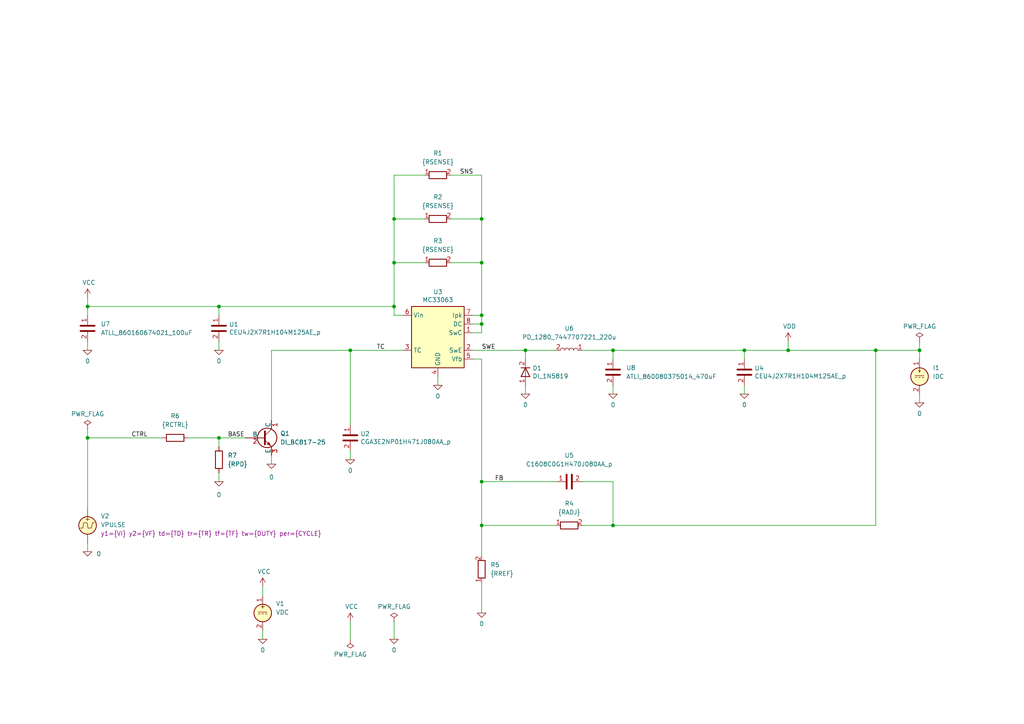
<source format=kicad_sch>
(kicad_sch
	(version 20231120)
	(generator "eeschema")
	(generator_version "8.0")
	(uuid "3583abfc-a634-4a5f-866e-6d71363867e0")
	(paper "A4")
	(title_block
		(title "Buck switching regulator. Controlled shutdown.")
		(date "2024-06-24")
		(rev "2")
		(company "astroelectronic@")
		(comment 1 "-")
		(comment 2 "-")
		(comment 3 "-")
		(comment 4 "AE01007063")
	)
	(lib_symbols
		(symbol "C_1"
			(pin_names
				(offset 0.254) hide)
			(exclude_from_sim no)
			(in_bom yes)
			(on_board yes)
			(property "Reference" "C"
				(at 0.635 2.54 0)
				(effects
					(font
						(size 1.27 1.27)
					)
					(justify left)
				)
			)
			(property "Value" "C_1"
				(at 0.635 -2.54 0)
				(effects
					(font
						(size 1.27 1.27)
					)
					(justify left)
				)
			)
			(property "Footprint" ""
				(at 0.9652 -3.81 0)
				(effects
					(font
						(size 1.27 1.27)
					)
					(hide yes)
				)
			)
			(property "Datasheet" "~"
				(at 0 0 0)
				(effects
					(font
						(size 1.27 1.27)
					)
					(hide yes)
				)
			)
			(property "Description" "Unpolarized capacitor"
				(at 0 0 0)
				(effects
					(font
						(size 1.27 1.27)
					)
					(hide yes)
				)
			)
			(property "ki_keywords" "cap capacitor"
				(at 0 0 0)
				(effects
					(font
						(size 1.27 1.27)
					)
					(hide yes)
				)
			)
			(property "ki_fp_filters" "C_*"
				(at 0 0 0)
				(effects
					(font
						(size 1.27 1.27)
					)
					(hide yes)
				)
			)
			(symbol "C_1_0_1"
				(polyline
					(pts
						(xy -2.032 -0.762) (xy 2.032 -0.762)
					)
					(stroke
						(width 0.508)
						(type default)
					)
					(fill
						(type none)
					)
				)
				(polyline
					(pts
						(xy -2.032 0.762) (xy 2.032 0.762)
					)
					(stroke
						(width 0.508)
						(type default)
					)
					(fill
						(type none)
					)
				)
			)
			(symbol "C_1_1_1"
				(pin passive line
					(at 0 3.81 270)
					(length 2.794)
					(name "~"
						(effects
							(font
								(size 1.27 1.27)
							)
						)
					)
					(number "1"
						(effects
							(font
								(size 1.27 1.27)
							)
						)
					)
				)
				(pin passive line
					(at 0 -3.81 90)
					(length 2.794)
					(name "~"
						(effects
							(font
								(size 1.27 1.27)
							)
						)
					)
					(number "2"
						(effects
							(font
								(size 1.27 1.27)
							)
						)
					)
				)
			)
		)
		(symbol "C_2"
			(pin_names
				(offset 0.254) hide)
			(exclude_from_sim no)
			(in_bom yes)
			(on_board yes)
			(property "Reference" "C"
				(at 0.635 2.54 0)
				(effects
					(font
						(size 1.27 1.27)
					)
					(justify left)
				)
			)
			(property "Value" "C_2"
				(at 0.635 -2.54 0)
				(effects
					(font
						(size 1.27 1.27)
					)
					(justify left)
				)
			)
			(property "Footprint" ""
				(at 0.9652 -3.81 0)
				(effects
					(font
						(size 1.27 1.27)
					)
					(hide yes)
				)
			)
			(property "Datasheet" "~"
				(at 0 0 0)
				(effects
					(font
						(size 1.27 1.27)
					)
					(hide yes)
				)
			)
			(property "Description" "Unpolarized capacitor"
				(at 0 0 0)
				(effects
					(font
						(size 1.27 1.27)
					)
					(hide yes)
				)
			)
			(property "ki_keywords" "cap capacitor"
				(at 0 0 0)
				(effects
					(font
						(size 1.27 1.27)
					)
					(hide yes)
				)
			)
			(property "ki_fp_filters" "C_*"
				(at 0 0 0)
				(effects
					(font
						(size 1.27 1.27)
					)
					(hide yes)
				)
			)
			(symbol "C_2_0_1"
				(polyline
					(pts
						(xy -2.032 -0.762) (xy 2.032 -0.762)
					)
					(stroke
						(width 0.508)
						(type default)
					)
					(fill
						(type none)
					)
				)
				(polyline
					(pts
						(xy -2.032 0.762) (xy 2.032 0.762)
					)
					(stroke
						(width 0.508)
						(type default)
					)
					(fill
						(type none)
					)
				)
			)
			(symbol "C_2_1_1"
				(pin passive line
					(at 0 3.81 270)
					(length 2.794)
					(name "~"
						(effects
							(font
								(size 1.27 1.27)
							)
						)
					)
					(number "1"
						(effects
							(font
								(size 1.27 1.27)
							)
						)
					)
				)
				(pin passive line
					(at 0 -3.81 90)
					(length 2.794)
					(name "~"
						(effects
							(font
								(size 1.27 1.27)
							)
						)
					)
					(number "2"
						(effects
							(font
								(size 1.27 1.27)
							)
						)
					)
				)
			)
		)
		(symbol "C_3"
			(pin_names
				(offset 0.254) hide)
			(exclude_from_sim no)
			(in_bom yes)
			(on_board yes)
			(property "Reference" "C"
				(at 0.635 2.54 0)
				(effects
					(font
						(size 1.27 1.27)
					)
					(justify left)
				)
			)
			(property "Value" "C_3"
				(at 0.635 -2.54 0)
				(effects
					(font
						(size 1.27 1.27)
					)
					(justify left)
				)
			)
			(property "Footprint" ""
				(at 0.9652 -3.81 0)
				(effects
					(font
						(size 1.27 1.27)
					)
					(hide yes)
				)
			)
			(property "Datasheet" "~"
				(at 0 0 0)
				(effects
					(font
						(size 1.27 1.27)
					)
					(hide yes)
				)
			)
			(property "Description" "Unpolarized capacitor"
				(at 0 0 0)
				(effects
					(font
						(size 1.27 1.27)
					)
					(hide yes)
				)
			)
			(property "ki_keywords" "cap capacitor"
				(at 0 0 0)
				(effects
					(font
						(size 1.27 1.27)
					)
					(hide yes)
				)
			)
			(property "ki_fp_filters" "C_*"
				(at 0 0 0)
				(effects
					(font
						(size 1.27 1.27)
					)
					(hide yes)
				)
			)
			(symbol "C_3_0_1"
				(polyline
					(pts
						(xy -2.032 -0.762) (xy 2.032 -0.762)
					)
					(stroke
						(width 0.508)
						(type default)
					)
					(fill
						(type none)
					)
				)
				(polyline
					(pts
						(xy -2.032 0.762) (xy 2.032 0.762)
					)
					(stroke
						(width 0.508)
						(type default)
					)
					(fill
						(type none)
					)
				)
			)
			(symbol "C_3_1_1"
				(pin passive line
					(at 0 3.81 270)
					(length 2.794)
					(name "~"
						(effects
							(font
								(size 1.27 1.27)
							)
						)
					)
					(number "1"
						(effects
							(font
								(size 1.27 1.27)
							)
						)
					)
				)
				(pin passive line
					(at 0 -3.81 90)
					(length 2.794)
					(name "~"
						(effects
							(font
								(size 1.27 1.27)
							)
						)
					)
					(number "2"
						(effects
							(font
								(size 1.27 1.27)
							)
						)
					)
				)
			)
		)
		(symbol "C_4"
			(pin_names
				(offset 0.254) hide)
			(exclude_from_sim no)
			(in_bom yes)
			(on_board yes)
			(property "Reference" "C"
				(at 0.635 2.54 0)
				(effects
					(font
						(size 1.27 1.27)
					)
					(justify left)
				)
			)
			(property "Value" "C_4"
				(at 0.635 -2.54 0)
				(effects
					(font
						(size 1.27 1.27)
					)
					(justify left)
				)
			)
			(property "Footprint" ""
				(at 0.9652 -3.81 0)
				(effects
					(font
						(size 1.27 1.27)
					)
					(hide yes)
				)
			)
			(property "Datasheet" "~"
				(at 0 0 0)
				(effects
					(font
						(size 1.27 1.27)
					)
					(hide yes)
				)
			)
			(property "Description" "Unpolarized capacitor"
				(at 0 0 0)
				(effects
					(font
						(size 1.27 1.27)
					)
					(hide yes)
				)
			)
			(property "ki_keywords" "cap capacitor"
				(at 0 0 0)
				(effects
					(font
						(size 1.27 1.27)
					)
					(hide yes)
				)
			)
			(property "ki_fp_filters" "C_*"
				(at 0 0 0)
				(effects
					(font
						(size 1.27 1.27)
					)
					(hide yes)
				)
			)
			(symbol "C_4_0_1"
				(polyline
					(pts
						(xy -2.032 -0.762) (xy 2.032 -0.762)
					)
					(stroke
						(width 0.508)
						(type default)
					)
					(fill
						(type none)
					)
				)
				(polyline
					(pts
						(xy -2.032 0.762) (xy 2.032 0.762)
					)
					(stroke
						(width 0.508)
						(type default)
					)
					(fill
						(type none)
					)
				)
			)
			(symbol "C_4_1_1"
				(pin passive line
					(at 0 3.81 270)
					(length 2.794)
					(name "~"
						(effects
							(font
								(size 1.27 1.27)
							)
						)
					)
					(number "1"
						(effects
							(font
								(size 1.27 1.27)
							)
						)
					)
				)
				(pin passive line
					(at 0 -3.81 90)
					(length 2.794)
					(name "~"
						(effects
							(font
								(size 1.27 1.27)
							)
						)
					)
					(number "2"
						(effects
							(font
								(size 1.27 1.27)
							)
						)
					)
				)
			)
		)
		(symbol "C_5"
			(pin_names
				(offset 0.254) hide)
			(exclude_from_sim no)
			(in_bom yes)
			(on_board yes)
			(property "Reference" "C"
				(at 0.635 2.54 0)
				(effects
					(font
						(size 1.27 1.27)
					)
					(justify left)
				)
			)
			(property "Value" "C_5"
				(at 0.635 -2.54 0)
				(effects
					(font
						(size 1.27 1.27)
					)
					(justify left)
				)
			)
			(property "Footprint" ""
				(at 0.9652 -3.81 0)
				(effects
					(font
						(size 1.27 1.27)
					)
					(hide yes)
				)
			)
			(property "Datasheet" "~"
				(at 0 0 0)
				(effects
					(font
						(size 1.27 1.27)
					)
					(hide yes)
				)
			)
			(property "Description" "Unpolarized capacitor"
				(at 0 0 0)
				(effects
					(font
						(size 1.27 1.27)
					)
					(hide yes)
				)
			)
			(property "ki_keywords" "cap capacitor"
				(at 0 0 0)
				(effects
					(font
						(size 1.27 1.27)
					)
					(hide yes)
				)
			)
			(property "ki_fp_filters" "C_*"
				(at 0 0 0)
				(effects
					(font
						(size 1.27 1.27)
					)
					(hide yes)
				)
			)
			(symbol "C_5_0_1"
				(polyline
					(pts
						(xy -2.032 -0.762) (xy 2.032 -0.762)
					)
					(stroke
						(width 0.508)
						(type default)
					)
					(fill
						(type none)
					)
				)
				(polyline
					(pts
						(xy -2.032 0.762) (xy 2.032 0.762)
					)
					(stroke
						(width 0.508)
						(type default)
					)
					(fill
						(type none)
					)
				)
			)
			(symbol "C_5_1_1"
				(pin passive line
					(at 0 3.81 270)
					(length 2.794)
					(name "~"
						(effects
							(font
								(size 1.27 1.27)
							)
						)
					)
					(number "1"
						(effects
							(font
								(size 1.27 1.27)
							)
						)
					)
				)
				(pin passive line
					(at 0 -3.81 90)
					(length 2.794)
					(name "~"
						(effects
							(font
								(size 1.27 1.27)
							)
						)
					)
					(number "2"
						(effects
							(font
								(size 1.27 1.27)
							)
						)
					)
				)
			)
		)
		(symbol "DIODE_1_1"
			(pin_names
				(offset 1.016) hide)
			(exclude_from_sim no)
			(in_bom yes)
			(on_board yes)
			(property "Reference" "D"
				(at 0 2.54 0)
				(effects
					(font
						(size 1.27 1.27)
					)
				)
			)
			(property "Value" "${SIM.PARAMS}"
				(at 0 -2.54 0)
				(effects
					(font
						(size 1.27 1.27)
					)
				)
			)
			(property "Footprint" ""
				(at 0 0 0)
				(effects
					(font
						(size 1.27 1.27)
					)
					(hide yes)
				)
			)
			(property "Datasheet" "~"
				(at 0 0 0)
				(effects
					(font
						(size 1.27 1.27)
					)
					(hide yes)
				)
			)
			(property "Description" "Diode, anode on pin 1, for simulation only!"
				(at 0 0 0)
				(effects
					(font
						(size 1.27 1.27)
					)
					(hide yes)
				)
			)
			(property "Sim.Pins" "1=1 2=2"
				(at 0 0 0)
				(effects
					(font
						(size 1.27 1.27)
					)
					(hide yes)
				)
			)
			(property "Sim.Device" "SPICE"
				(at 0 0 0)
				(effects
					(font
						(size 1.27 1.27)
					)
					(justify left)
					(hide yes)
				)
			)
			(property "Sim.Params" "type=\"D\" model=\"DIODE_1\" lib=\"\""
				(at 0 0 0)
				(effects
					(font
						(size 1.27 1.27)
					)
					(hide yes)
				)
			)
			(property "Spice_Netlist_Enabled" "Y"
				(at 0 0 0)
				(effects
					(font
						(size 1.27 1.27)
					)
					(justify left)
					(hide yes)
				)
			)
			(property "ki_keywords" "simulation"
				(at 0 0 0)
				(effects
					(font
						(size 1.27 1.27)
					)
					(hide yes)
				)
			)
			(symbol "DIODE_1_1_0_1"
				(polyline
					(pts
						(xy 1.27 0) (xy -1.27 0)
					)
					(stroke
						(width 0)
						(type default)
					)
					(fill
						(type none)
					)
				)
				(polyline
					(pts
						(xy 1.27 1.27) (xy 1.27 -1.27)
					)
					(stroke
						(width 0.254)
						(type default)
					)
					(fill
						(type none)
					)
				)
				(polyline
					(pts
						(xy -1.27 -1.27) (xy -1.27 1.27) (xy 1.27 0) (xy -1.27 -1.27)
					)
					(stroke
						(width 0.254)
						(type default)
					)
					(fill
						(type none)
					)
				)
			)
			(symbol "DIODE_1_1_1_1"
				(pin passive line
					(at -3.81 0 0)
					(length 2.54)
					(name "A"
						(effects
							(font
								(size 1.27 1.27)
							)
						)
					)
					(number "1"
						(effects
							(font
								(size 1.27 1.27)
							)
						)
					)
				)
				(pin passive line
					(at 3.81 0 180)
					(length 2.54)
					(name "K"
						(effects
							(font
								(size 1.27 1.27)
							)
						)
					)
					(number "2"
						(effects
							(font
								(size 1.27 1.27)
							)
						)
					)
				)
			)
		)
		(symbol "MC34C063:0"
			(power)
			(pin_names
				(offset 0)
			)
			(exclude_from_sim no)
			(in_bom yes)
			(on_board yes)
			(property "Reference" "#GND"
				(at 0 -2.54 0)
				(effects
					(font
						(size 1.27 1.27)
					)
					(hide yes)
				)
			)
			(property "Value" "0"
				(at 0 -1.778 0)
				(effects
					(font
						(size 1.27 1.27)
					)
				)
			)
			(property "Footprint" ""
				(at 0 0 0)
				(effects
					(font
						(size 1.27 1.27)
					)
					(hide yes)
				)
			)
			(property "Datasheet" "~"
				(at 0 0 0)
				(effects
					(font
						(size 1.27 1.27)
					)
					(hide yes)
				)
			)
			(property "Description" "0V reference potential for simulation"
				(at 0 0 0)
				(effects
					(font
						(size 1.27 1.27)
					)
					(hide yes)
				)
			)
			(property "ki_keywords" "simulation"
				(at 0 0 0)
				(effects
					(font
						(size 1.27 1.27)
					)
					(hide yes)
				)
			)
			(symbol "0_0_1"
				(polyline
					(pts
						(xy -1.27 0) (xy 0 -1.27) (xy 1.27 0) (xy -1.27 0)
					)
					(stroke
						(width 0)
						(type default)
					)
					(fill
						(type none)
					)
				)
			)
			(symbol "0_1_1"
				(pin power_in line
					(at 0 0 0)
					(length 0) hide
					(name "0"
						(effects
							(font
								(size 1.016 1.016)
							)
						)
					)
					(number "1"
						(effects
							(font
								(size 1.016 1.016)
							)
						)
					)
				)
			)
		)
		(symbol "MC34C063:C"
			(pin_names
				(offset 0.254) hide)
			(exclude_from_sim no)
			(in_bom yes)
			(on_board yes)
			(property "Reference" "C"
				(at 0.635 2.54 0)
				(effects
					(font
						(size 1.27 1.27)
					)
					(justify left)
				)
			)
			(property "Value" "C"
				(at 0.635 -2.54 0)
				(effects
					(font
						(size 1.27 1.27)
					)
					(justify left)
				)
			)
			(property "Footprint" ""
				(at 0.9652 -3.81 0)
				(effects
					(font
						(size 1.27 1.27)
					)
					(hide yes)
				)
			)
			(property "Datasheet" "~"
				(at 0 0 0)
				(effects
					(font
						(size 1.27 1.27)
					)
					(hide yes)
				)
			)
			(property "Description" "Unpolarized capacitor"
				(at 0 0 0)
				(effects
					(font
						(size 1.27 1.27)
					)
					(hide yes)
				)
			)
			(property "ki_keywords" "cap capacitor"
				(at 0 0 0)
				(effects
					(font
						(size 1.27 1.27)
					)
					(hide yes)
				)
			)
			(property "ki_fp_filters" "C_*"
				(at 0 0 0)
				(effects
					(font
						(size 1.27 1.27)
					)
					(hide yes)
				)
			)
			(symbol "C_0_1"
				(polyline
					(pts
						(xy -2.032 -0.762) (xy 2.032 -0.762)
					)
					(stroke
						(width 0.508)
						(type default)
					)
					(fill
						(type none)
					)
				)
				(polyline
					(pts
						(xy -2.032 0.762) (xy 2.032 0.762)
					)
					(stroke
						(width 0.508)
						(type default)
					)
					(fill
						(type none)
					)
				)
			)
			(symbol "C_1_1"
				(pin passive line
					(at 0 3.81 270)
					(length 2.794)
					(name "~"
						(effects
							(font
								(size 1.27 1.27)
							)
						)
					)
					(number "1"
						(effects
							(font
								(size 1.27 1.27)
							)
						)
					)
				)
				(pin passive line
					(at 0 -3.81 90)
					(length 2.794)
					(name "~"
						(effects
							(font
								(size 1.27 1.27)
							)
						)
					)
					(number "2"
						(effects
							(font
								(size 1.27 1.27)
							)
						)
					)
				)
			)
		)
		(symbol "MC34C063:IDC"
			(pin_names
				(offset 0.0254) hide)
			(exclude_from_sim no)
			(in_bom yes)
			(on_board yes)
			(property "Reference" "I"
				(at 2.54 2.54 0)
				(effects
					(font
						(size 1.27 1.27)
					)
					(justify left)
				)
			)
			(property "Value" "1"
				(at 2.54 0 0)
				(effects
					(font
						(size 1.27 1.27)
					)
					(justify left)
				)
			)
			(property "Footprint" ""
				(at 0 0 0)
				(effects
					(font
						(size 1.27 1.27)
					)
					(hide yes)
				)
			)
			(property "Datasheet" "~"
				(at 0 0 0)
				(effects
					(font
						(size 1.27 1.27)
					)
					(hide yes)
				)
			)
			(property "Description" "Current source, DC"
				(at 0 0 0)
				(effects
					(font
						(size 1.27 1.27)
					)
					(hide yes)
				)
			)
			(property "Sim.Pins" "1=+ 2=-"
				(at 0 0 0)
				(effects
					(font
						(size 1.27 1.27)
					)
					(hide yes)
				)
			)
			(property "Sim.Type" "DC"
				(at 0 0 0)
				(effects
					(font
						(size 1.27 1.27)
					)
					(hide yes)
				)
			)
			(property "Sim.Device" "I"
				(at 0 0 0)
				(effects
					(font
						(size 1.27 1.27)
					)
					(justify left)
					(hide yes)
				)
			)
			(property "Spice_Netlist_Enabled" "Y"
				(at 0 0 0)
				(effects
					(font
						(size 1.27 1.27)
					)
					(justify left)
					(hide yes)
				)
			)
			(property "ki_keywords" "simulation"
				(at 0 0 0)
				(effects
					(font
						(size 1.27 1.27)
					)
					(hide yes)
				)
			)
			(symbol "IDC_0_0"
				(polyline
					(pts
						(xy -1.27 0.254) (xy 1.27 0.254)
					)
					(stroke
						(width 0)
						(type default)
					)
					(fill
						(type none)
					)
				)
				(polyline
					(pts
						(xy -0.762 -0.254) (xy -1.27 -0.254)
					)
					(stroke
						(width 0)
						(type default)
					)
					(fill
						(type none)
					)
				)
				(polyline
					(pts
						(xy 0.254 -0.254) (xy -0.254 -0.254)
					)
					(stroke
						(width 0)
						(type default)
					)
					(fill
						(type none)
					)
				)
				(polyline
					(pts
						(xy 1.27 -0.254) (xy 0.762 -0.254)
					)
					(stroke
						(width 0)
						(type default)
					)
					(fill
						(type none)
					)
				)
			)
			(symbol "IDC_0_1"
				(polyline
					(pts
						(xy 0 1.27) (xy 0 2.286)
					)
					(stroke
						(width 0)
						(type default)
					)
					(fill
						(type none)
					)
				)
				(polyline
					(pts
						(xy -0.254 1.778) (xy 0 1.27) (xy 0.254 1.778)
					)
					(stroke
						(width 0)
						(type default)
					)
					(fill
						(type none)
					)
				)
				(circle
					(center 0 0)
					(radius 2.54)
					(stroke
						(width 0.254)
						(type default)
					)
					(fill
						(type background)
					)
				)
			)
			(symbol "IDC_1_1"
				(pin passive line
					(at 0 5.08 270)
					(length 2.54)
					(name "~"
						(effects
							(font
								(size 1.27 1.27)
							)
						)
					)
					(number "1"
						(effects
							(font
								(size 1.27 1.27)
							)
						)
					)
				)
				(pin passive line
					(at 0 -5.08 90)
					(length 2.54)
					(name "~"
						(effects
							(font
								(size 1.27 1.27)
							)
						)
					)
					(number "2"
						(effects
							(font
								(size 1.27 1.27)
							)
						)
					)
				)
			)
		)
		(symbol "MC34C063:L"
			(pin_names
				(offset 1.016) hide)
			(exclude_from_sim no)
			(in_bom yes)
			(on_board yes)
			(property "Reference" "L"
				(at -1.27 0 90)
				(effects
					(font
						(size 1.27 1.27)
					)
				)
			)
			(property "Value" "L"
				(at 1.905 0 90)
				(effects
					(font
						(size 1.27 1.27)
					)
				)
			)
			(property "Footprint" ""
				(at 0 0 0)
				(effects
					(font
						(size 1.27 1.27)
					)
					(hide yes)
				)
			)
			(property "Datasheet" "~"
				(at 0 0 0)
				(effects
					(font
						(size 1.27 1.27)
					)
					(hide yes)
				)
			)
			(property "Description" "Inductor"
				(at 0 0 0)
				(effects
					(font
						(size 1.27 1.27)
					)
					(hide yes)
				)
			)
			(property "ki_keywords" "inductor choke coil reactor magnetic"
				(at 0 0 0)
				(effects
					(font
						(size 1.27 1.27)
					)
					(hide yes)
				)
			)
			(property "ki_fp_filters" "Choke_* *Coil* Inductor_* L_*"
				(at 0 0 0)
				(effects
					(font
						(size 1.27 1.27)
					)
					(hide yes)
				)
			)
			(symbol "L_0_1"
				(arc
					(start 0 -2.54)
					(mid 0.6323 -1.905)
					(end 0 -1.27)
					(stroke
						(width 0)
						(type default)
					)
					(fill
						(type none)
					)
				)
				(arc
					(start 0 -1.27)
					(mid 0.6323 -0.635)
					(end 0 0)
					(stroke
						(width 0)
						(type default)
					)
					(fill
						(type none)
					)
				)
				(arc
					(start 0 0)
					(mid 0.6323 0.635)
					(end 0 1.27)
					(stroke
						(width 0)
						(type default)
					)
					(fill
						(type none)
					)
				)
				(arc
					(start 0 1.27)
					(mid 0.6323 1.905)
					(end 0 2.54)
					(stroke
						(width 0)
						(type default)
					)
					(fill
						(type none)
					)
				)
			)
			(symbol "L_1_1"
				(pin passive line
					(at 0 3.81 270)
					(length 1.27)
					(name "1"
						(effects
							(font
								(size 1.27 1.27)
							)
						)
					)
					(number "1"
						(effects
							(font
								(size 1.27 1.27)
							)
						)
					)
				)
				(pin passive line
					(at 0 -3.81 90)
					(length 1.27)
					(name "2"
						(effects
							(font
								(size 1.27 1.27)
							)
						)
					)
					(number "2"
						(effects
							(font
								(size 1.27 1.27)
							)
						)
					)
				)
			)
		)
		(symbol "MC34C063:MC34063AD"
			(exclude_from_sim no)
			(in_bom yes)
			(on_board yes)
			(property "Reference" "U"
				(at -7.62 8.89 0)
				(effects
					(font
						(size 1.27 1.27)
					)
					(justify left)
				)
			)
			(property "Value" "MC34063AD"
				(at 0 8.89 0)
				(effects
					(font
						(size 1.27 1.27)
					)
					(justify left)
				)
			)
			(property "Footprint" "Package_SO:SOIC-8_3.9x4.9mm_P1.27mm"
				(at 1.27 -11.43 0)
				(effects
					(font
						(size 1.27 1.27)
					)
					(justify left)
					(hide yes)
				)
			)
			(property "Datasheet" "http://www.onsemi.com/pub_link/Collateral/MC34063A-D.PDF"
				(at 12.7 -2.54 0)
				(effects
					(font
						(size 1.27 1.27)
					)
					(hide yes)
				)
			)
			(property "Description" "1.5A, step-up/down/inverting switching regulator, 3-40V Vin, 100kHz, SO-8"
				(at 0 0 0)
				(effects
					(font
						(size 1.27 1.27)
					)
					(hide yes)
				)
			)
			(property "ki_keywords" "smps buck boost inverting"
				(at 0 0 0)
				(effects
					(font
						(size 1.27 1.27)
					)
					(hide yes)
				)
			)
			(property "ki_fp_filters" "SOIC*3.9x4.9mm*P1.27mm*"
				(at 0 0 0)
				(effects
					(font
						(size 1.27 1.27)
					)
					(hide yes)
				)
			)
			(symbol "MC34063AD_0_1"
				(rectangle
					(start -7.62 7.62)
					(end 7.62 -10.16)
					(stroke
						(width 0.254)
						(type default)
					)
					(fill
						(type background)
					)
				)
			)
			(symbol "MC34063AD_1_1"
				(pin open_collector line
					(at 10.16 0 180)
					(length 2.54)
					(name "SwC"
						(effects
							(font
								(size 1.27 1.27)
							)
						)
					)
					(number "1"
						(effects
							(font
								(size 1.27 1.27)
							)
						)
					)
				)
				(pin open_emitter line
					(at 10.16 -5.08 180)
					(length 2.54)
					(name "SwE"
						(effects
							(font
								(size 1.27 1.27)
							)
						)
					)
					(number "2"
						(effects
							(font
								(size 1.27 1.27)
							)
						)
					)
				)
				(pin passive line
					(at -10.16 -5.08 0)
					(length 2.54)
					(name "TC"
						(effects
							(font
								(size 1.27 1.27)
							)
						)
					)
					(number "3"
						(effects
							(font
								(size 1.27 1.27)
							)
						)
					)
				)
				(pin power_in line
					(at 0 -12.7 90)
					(length 2.54)
					(name "GND"
						(effects
							(font
								(size 1.27 1.27)
							)
						)
					)
					(number "4"
						(effects
							(font
								(size 1.27 1.27)
							)
						)
					)
				)
				(pin input line
					(at 10.16 -7.62 180)
					(length 2.54)
					(name "Vfb"
						(effects
							(font
								(size 1.27 1.27)
							)
						)
					)
					(number "5"
						(effects
							(font
								(size 1.27 1.27)
							)
						)
					)
				)
				(pin power_in line
					(at -10.16 5.08 0)
					(length 2.54)
					(name "Vin"
						(effects
							(font
								(size 1.27 1.27)
							)
						)
					)
					(number "6"
						(effects
							(font
								(size 1.27 1.27)
							)
						)
					)
				)
				(pin input line
					(at 10.16 5.08 180)
					(length 2.54)
					(name "Ipk"
						(effects
							(font
								(size 1.27 1.27)
							)
						)
					)
					(number "7"
						(effects
							(font
								(size 1.27 1.27)
							)
						)
					)
				)
				(pin open_collector line
					(at 10.16 2.54 180)
					(length 2.54)
					(name "DC"
						(effects
							(font
								(size 1.27 1.27)
							)
						)
					)
					(number "8"
						(effects
							(font
								(size 1.27 1.27)
							)
						)
					)
				)
			)
		)
		(symbol "MC34C063:PWR_FLAG"
			(power)
			(pin_numbers hide)
			(pin_names
				(offset 0) hide)
			(exclude_from_sim no)
			(in_bom yes)
			(on_board yes)
			(property "Reference" "#FLG"
				(at 0 1.905 0)
				(effects
					(font
						(size 1.27 1.27)
					)
					(hide yes)
				)
			)
			(property "Value" "PWR_FLAG"
				(at 0 3.81 0)
				(effects
					(font
						(size 1.27 1.27)
					)
				)
			)
			(property "Footprint" ""
				(at 0 0 0)
				(effects
					(font
						(size 1.27 1.27)
					)
					(hide yes)
				)
			)
			(property "Datasheet" "~"
				(at 0 0 0)
				(effects
					(font
						(size 1.27 1.27)
					)
					(hide yes)
				)
			)
			(property "Description" "Special symbol for telling ERC where power comes from"
				(at 0 0 0)
				(effects
					(font
						(size 1.27 1.27)
					)
					(hide yes)
				)
			)
			(property "ki_keywords" "flag power"
				(at 0 0 0)
				(effects
					(font
						(size 1.27 1.27)
					)
					(hide yes)
				)
			)
			(symbol "PWR_FLAG_0_0"
				(pin power_out line
					(at 0 0 90)
					(length 0)
					(name "pwr"
						(effects
							(font
								(size 1.27 1.27)
							)
						)
					)
					(number "1"
						(effects
							(font
								(size 1.27 1.27)
							)
						)
					)
				)
			)
			(symbol "PWR_FLAG_0_1"
				(polyline
					(pts
						(xy 0 0) (xy 0 1.27) (xy -1.016 1.905) (xy 0 2.54) (xy 1.016 1.905) (xy 0 1.27)
					)
					(stroke
						(width 0)
						(type default)
					)
					(fill
						(type none)
					)
				)
			)
		)
		(symbol "MC34C063:Q_NPN_CBE"
			(pin_names
				(offset 0)
			)
			(exclude_from_sim no)
			(in_bom yes)
			(on_board yes)
			(property "Reference" "Q"
				(at 5.08 1.27 0)
				(effects
					(font
						(size 1.27 1.27)
					)
					(justify left)
				)
			)
			(property "Value" "Q_NPN_CBE"
				(at 5.08 -1.27 0)
				(effects
					(font
						(size 1.27 1.27)
					)
					(justify left)
				)
			)
			(property "Footprint" ""
				(at 5.08 2.54 0)
				(effects
					(font
						(size 1.27 1.27)
					)
					(hide yes)
				)
			)
			(property "Datasheet" "~"
				(at 0 0 0)
				(effects
					(font
						(size 1.27 1.27)
					)
					(hide yes)
				)
			)
			(property "Description" "NPN transistor, collector/base/emitter"
				(at 0 0 0)
				(effects
					(font
						(size 1.27 1.27)
					)
					(hide yes)
				)
			)
			(property "ki_keywords" "transistor NPN"
				(at 0 0 0)
				(effects
					(font
						(size 1.27 1.27)
					)
					(hide yes)
				)
			)
			(symbol "Q_NPN_CBE_0_1"
				(polyline
					(pts
						(xy 0.635 0.635) (xy 2.54 2.54)
					)
					(stroke
						(width 0)
						(type default)
					)
					(fill
						(type none)
					)
				)
				(polyline
					(pts
						(xy 0.635 -0.635) (xy 2.54 -2.54) (xy 2.54 -2.54)
					)
					(stroke
						(width 0)
						(type default)
					)
					(fill
						(type none)
					)
				)
				(polyline
					(pts
						(xy 0.635 1.905) (xy 0.635 -1.905) (xy 0.635 -1.905)
					)
					(stroke
						(width 0.508)
						(type default)
					)
					(fill
						(type none)
					)
				)
				(polyline
					(pts
						(xy 1.27 -1.778) (xy 1.778 -1.27) (xy 2.286 -2.286) (xy 1.27 -1.778) (xy 1.27 -1.778)
					)
					(stroke
						(width 0)
						(type default)
					)
					(fill
						(type outline)
					)
				)
				(circle
					(center 1.27 0)
					(radius 2.8194)
					(stroke
						(width 0.254)
						(type default)
					)
					(fill
						(type none)
					)
				)
			)
			(symbol "Q_NPN_CBE_1_1"
				(pin passive line
					(at 2.54 5.08 270)
					(length 2.54)
					(name "C"
						(effects
							(font
								(size 1.27 1.27)
							)
						)
					)
					(number "1"
						(effects
							(font
								(size 1.27 1.27)
							)
						)
					)
				)
				(pin input line
					(at -5.08 0 0)
					(length 5.715)
					(name "B"
						(effects
							(font
								(size 1.27 1.27)
							)
						)
					)
					(number "2"
						(effects
							(font
								(size 1.27 1.27)
							)
						)
					)
				)
				(pin passive line
					(at 2.54 -5.08 90)
					(length 2.54)
					(name "E"
						(effects
							(font
								(size 1.27 1.27)
							)
						)
					)
					(number "3"
						(effects
							(font
								(size 1.27 1.27)
							)
						)
					)
				)
			)
		)
		(symbol "MC34C063:R"
			(pin_names
				(offset 0) hide)
			(exclude_from_sim no)
			(in_bom yes)
			(on_board yes)
			(property "Reference" "R"
				(at 2.032 0 90)
				(effects
					(font
						(size 1.27 1.27)
					)
				)
			)
			(property "Value" "R"
				(at 0 0 90)
				(effects
					(font
						(size 1.27 1.27)
					)
				)
			)
			(property "Footprint" ""
				(at -1.778 0 90)
				(effects
					(font
						(size 1.27 1.27)
					)
					(hide yes)
				)
			)
			(property "Datasheet" "~"
				(at 0 0 0)
				(effects
					(font
						(size 1.27 1.27)
					)
					(hide yes)
				)
			)
			(property "Description" "Resistor"
				(at 0 0 0)
				(effects
					(font
						(size 1.27 1.27)
					)
					(hide yes)
				)
			)
			(property "ki_keywords" "R res resistor"
				(at 0 0 0)
				(effects
					(font
						(size 1.27 1.27)
					)
					(hide yes)
				)
			)
			(property "ki_fp_filters" "R_*"
				(at 0 0 0)
				(effects
					(font
						(size 1.27 1.27)
					)
					(hide yes)
				)
			)
			(symbol "R_0_1"
				(rectangle
					(start -1.016 -2.54)
					(end 1.016 2.54)
					(stroke
						(width 0.254)
						(type default)
					)
					(fill
						(type none)
					)
				)
			)
			(symbol "R_1_1"
				(pin passive line
					(at 0 3.81 270)
					(length 1.27)
					(name "~"
						(effects
							(font
								(size 1.27 1.27)
							)
						)
					)
					(number "1"
						(effects
							(font
								(size 1.27 1.27)
							)
						)
					)
				)
				(pin passive line
					(at 0 -3.81 90)
					(length 1.27)
					(name "~"
						(effects
							(font
								(size 1.27 1.27)
							)
						)
					)
					(number "2"
						(effects
							(font
								(size 1.27 1.27)
							)
						)
					)
				)
			)
		)
		(symbol "MC34C063:VCC"
			(power)
			(pin_names
				(offset 0)
			)
			(exclude_from_sim no)
			(in_bom yes)
			(on_board yes)
			(property "Reference" "#PWR"
				(at 0 -3.81 0)
				(effects
					(font
						(size 1.27 1.27)
					)
					(hide yes)
				)
			)
			(property "Value" "VCC"
				(at 0 3.81 0)
				(effects
					(font
						(size 1.27 1.27)
					)
				)
			)
			(property "Footprint" ""
				(at 0 0 0)
				(effects
					(font
						(size 1.27 1.27)
					)
					(hide yes)
				)
			)
			(property "Datasheet" ""
				(at 0 0 0)
				(effects
					(font
						(size 1.27 1.27)
					)
					(hide yes)
				)
			)
			(property "Description" "Power symbol creates a global label with name \"VCC\""
				(at 0 0 0)
				(effects
					(font
						(size 1.27 1.27)
					)
					(hide yes)
				)
			)
			(property "ki_keywords" "global power"
				(at 0 0 0)
				(effects
					(font
						(size 1.27 1.27)
					)
					(hide yes)
				)
			)
			(symbol "VCC_0_1"
				(polyline
					(pts
						(xy -0.762 1.27) (xy 0 2.54)
					)
					(stroke
						(width 0)
						(type default)
					)
					(fill
						(type none)
					)
				)
				(polyline
					(pts
						(xy 0 0) (xy 0 2.54)
					)
					(stroke
						(width 0)
						(type default)
					)
					(fill
						(type none)
					)
				)
				(polyline
					(pts
						(xy 0 2.54) (xy 0.762 1.27)
					)
					(stroke
						(width 0)
						(type default)
					)
					(fill
						(type none)
					)
				)
			)
			(symbol "VCC_1_1"
				(pin power_in line
					(at 0 0 90)
					(length 0) hide
					(name "VCC"
						(effects
							(font
								(size 1.27 1.27)
							)
						)
					)
					(number "1"
						(effects
							(font
								(size 1.27 1.27)
							)
						)
					)
				)
			)
		)
		(symbol "MC34C063:VDC"
			(pin_names
				(offset 0.0254) hide)
			(exclude_from_sim no)
			(in_bom yes)
			(on_board yes)
			(property "Reference" "V"
				(at 2.54 2.54 0)
				(effects
					(font
						(size 1.27 1.27)
					)
					(justify left)
				)
			)
			(property "Value" "1"
				(at 2.54 0 0)
				(effects
					(font
						(size 1.27 1.27)
					)
					(justify left)
				)
			)
			(property "Footprint" ""
				(at 0 0 0)
				(effects
					(font
						(size 1.27 1.27)
					)
					(hide yes)
				)
			)
			(property "Datasheet" "~"
				(at 0 0 0)
				(effects
					(font
						(size 1.27 1.27)
					)
					(hide yes)
				)
			)
			(property "Description" "Voltage source, DC"
				(at 0 0 0)
				(effects
					(font
						(size 1.27 1.27)
					)
					(hide yes)
				)
			)
			(property "Sim.Pins" "1=+ 2=-"
				(at 0 0 0)
				(effects
					(font
						(size 1.27 1.27)
					)
					(hide yes)
				)
			)
			(property "Sim.Type" "DC"
				(at 0 0 0)
				(effects
					(font
						(size 1.27 1.27)
					)
					(hide yes)
				)
			)
			(property "Sim.Device" "V"
				(at 0 0 0)
				(effects
					(font
						(size 1.27 1.27)
					)
					(justify left)
					(hide yes)
				)
			)
			(property "Spice_Netlist_Enabled" "Y"
				(at 0 0 0)
				(effects
					(font
						(size 1.27 1.27)
					)
					(justify left)
					(hide yes)
				)
			)
			(property "ki_keywords" "simulation"
				(at 0 0 0)
				(effects
					(font
						(size 1.27 1.27)
					)
					(hide yes)
				)
			)
			(symbol "VDC_0_0"
				(polyline
					(pts
						(xy -1.27 0.254) (xy 1.27 0.254)
					)
					(stroke
						(width 0)
						(type default)
					)
					(fill
						(type none)
					)
				)
				(polyline
					(pts
						(xy -0.762 -0.254) (xy -1.27 -0.254)
					)
					(stroke
						(width 0)
						(type default)
					)
					(fill
						(type none)
					)
				)
				(polyline
					(pts
						(xy 0.254 -0.254) (xy -0.254 -0.254)
					)
					(stroke
						(width 0)
						(type default)
					)
					(fill
						(type none)
					)
				)
				(polyline
					(pts
						(xy 1.27 -0.254) (xy 0.762 -0.254)
					)
					(stroke
						(width 0)
						(type default)
					)
					(fill
						(type none)
					)
				)
				(text "+"
					(at 0 1.905 0)
					(effects
						(font
							(size 1.27 1.27)
						)
					)
				)
			)
			(symbol "VDC_0_1"
				(circle
					(center 0 0)
					(radius 2.54)
					(stroke
						(width 0.254)
						(type default)
					)
					(fill
						(type background)
					)
				)
			)
			(symbol "VDC_1_1"
				(pin passive line
					(at 0 5.08 270)
					(length 2.54)
					(name "~"
						(effects
							(font
								(size 1.27 1.27)
							)
						)
					)
					(number "1"
						(effects
							(font
								(size 1.27 1.27)
							)
						)
					)
				)
				(pin passive line
					(at 0 -5.08 90)
					(length 2.54)
					(name "~"
						(effects
							(font
								(size 1.27 1.27)
							)
						)
					)
					(number "2"
						(effects
							(font
								(size 1.27 1.27)
							)
						)
					)
				)
			)
		)
		(symbol "MC34C063:VDD"
			(power)
			(pin_names
				(offset 0)
			)
			(exclude_from_sim no)
			(in_bom yes)
			(on_board yes)
			(property "Reference" "#PWR"
				(at 0 -3.81 0)
				(effects
					(font
						(size 1.27 1.27)
					)
					(hide yes)
				)
			)
			(property "Value" "VDD"
				(at 0 3.81 0)
				(effects
					(font
						(size 1.27 1.27)
					)
				)
			)
			(property "Footprint" ""
				(at 0 0 0)
				(effects
					(font
						(size 1.27 1.27)
					)
					(hide yes)
				)
			)
			(property "Datasheet" ""
				(at 0 0 0)
				(effects
					(font
						(size 1.27 1.27)
					)
					(hide yes)
				)
			)
			(property "Description" "Power symbol creates a global label with name \"VDD\""
				(at 0 0 0)
				(effects
					(font
						(size 1.27 1.27)
					)
					(hide yes)
				)
			)
			(property "ki_keywords" "global power"
				(at 0 0 0)
				(effects
					(font
						(size 1.27 1.27)
					)
					(hide yes)
				)
			)
			(symbol "VDD_0_1"
				(polyline
					(pts
						(xy -0.762 1.27) (xy 0 2.54)
					)
					(stroke
						(width 0)
						(type default)
					)
					(fill
						(type none)
					)
				)
				(polyline
					(pts
						(xy 0 0) (xy 0 2.54)
					)
					(stroke
						(width 0)
						(type default)
					)
					(fill
						(type none)
					)
				)
				(polyline
					(pts
						(xy 0 2.54) (xy 0.762 1.27)
					)
					(stroke
						(width 0)
						(type default)
					)
					(fill
						(type none)
					)
				)
			)
			(symbol "VDD_1_1"
				(pin power_in line
					(at 0 0 90)
					(length 0) hide
					(name "VDD"
						(effects
							(font
								(size 1.27 1.27)
							)
						)
					)
					(number "1"
						(effects
							(font
								(size 1.27 1.27)
							)
						)
					)
				)
			)
		)
		(symbol "MC34C063:VPULSE"
			(pin_numbers hide)
			(pin_names
				(offset 0.0254)
			)
			(exclude_from_sim no)
			(in_bom yes)
			(on_board yes)
			(property "Reference" "V"
				(at 2.54 2.54 0)
				(effects
					(font
						(size 1.27 1.27)
					)
					(justify left)
				)
			)
			(property "Value" "VPULSE"
				(at 2.54 0 0)
				(effects
					(font
						(size 1.27 1.27)
					)
					(justify left)
				)
			)
			(property "Footprint" ""
				(at 0 0 0)
				(effects
					(font
						(size 1.27 1.27)
					)
					(hide yes)
				)
			)
			(property "Datasheet" "~"
				(at 0 0 0)
				(effects
					(font
						(size 1.27 1.27)
					)
					(hide yes)
				)
			)
			(property "Description" "Voltage source, pulse"
				(at 0 0 0)
				(effects
					(font
						(size 1.27 1.27)
					)
					(hide yes)
				)
			)
			(property "Sim.Pins" "1=+ 2=-"
				(at 0 0 0)
				(effects
					(font
						(size 1.27 1.27)
					)
					(hide yes)
				)
			)
			(property "Sim.Type" "PULSE"
				(at 0 0 0)
				(effects
					(font
						(size 1.27 1.27)
					)
					(hide yes)
				)
			)
			(property "Sim.Device" "V"
				(at 0 0 0)
				(effects
					(font
						(size 1.27 1.27)
					)
					(justify left)
					(hide yes)
				)
			)
			(property "Sim.Params" "y1=0 y2=1 td=2n tr=2n tf=2n tw=50n per=100n"
				(at 2.54 -2.54 0)
				(effects
					(font
						(size 1.27 1.27)
					)
					(justify left)
				)
			)
			(property "Spice_Netlist_Enabled" "Y"
				(at 0 0 0)
				(effects
					(font
						(size 1.27 1.27)
					)
					(justify left)
					(hide yes)
				)
			)
			(property "ki_keywords" "simulation"
				(at 0 0 0)
				(effects
					(font
						(size 1.27 1.27)
					)
					(hide yes)
				)
			)
			(symbol "VPULSE_0_0"
				(polyline
					(pts
						(xy -2.032 -0.762) (xy -1.397 -0.762) (xy -1.143 0.762) (xy -0.127 0.762) (xy 0.127 -0.762) (xy 1.143 -0.762)
						(xy 1.397 0.762) (xy 2.032 0.762)
					)
					(stroke
						(width 0)
						(type default)
					)
					(fill
						(type none)
					)
				)
				(text "+"
					(at 0 1.905 0)
					(effects
						(font
							(size 1.27 1.27)
						)
					)
				)
			)
			(symbol "VPULSE_0_1"
				(circle
					(center 0 0)
					(radius 2.54)
					(stroke
						(width 0.254)
						(type default)
					)
					(fill
						(type background)
					)
				)
			)
			(symbol "VPULSE_1_1"
				(pin passive line
					(at 0 5.08 270)
					(length 2.54)
					(name "~"
						(effects
							(font
								(size 1.27 1.27)
							)
						)
					)
					(number "1"
						(effects
							(font
								(size 1.27 1.27)
							)
						)
					)
				)
				(pin passive line
					(at 0 -5.08 90)
					(length 2.54)
					(name "~"
						(effects
							(font
								(size 1.27 1.27)
							)
						)
					)
					(number "2"
						(effects
							(font
								(size 1.27 1.27)
							)
						)
					)
				)
			)
		)
		(symbol "R_1"
			(pin_names
				(offset 0) hide)
			(exclude_from_sim no)
			(in_bom yes)
			(on_board yes)
			(property "Reference" "R"
				(at 2.032 0 90)
				(effects
					(font
						(size 1.27 1.27)
					)
				)
			)
			(property "Value" "R_1"
				(at 0 0 90)
				(effects
					(font
						(size 1.27 1.27)
					)
				)
			)
			(property "Footprint" ""
				(at -1.778 0 90)
				(effects
					(font
						(size 1.27 1.27)
					)
					(hide yes)
				)
			)
			(property "Datasheet" "~"
				(at 0 0 0)
				(effects
					(font
						(size 1.27 1.27)
					)
					(hide yes)
				)
			)
			(property "Description" "Resistor"
				(at 0 0 0)
				(effects
					(font
						(size 1.27 1.27)
					)
					(hide yes)
				)
			)
			(property "ki_keywords" "R res resistor"
				(at 0 0 0)
				(effects
					(font
						(size 1.27 1.27)
					)
					(hide yes)
				)
			)
			(property "ki_fp_filters" "R_*"
				(at 0 0 0)
				(effects
					(font
						(size 1.27 1.27)
					)
					(hide yes)
				)
			)
			(symbol "R_1_0_1"
				(rectangle
					(start -1.016 -2.54)
					(end 1.016 2.54)
					(stroke
						(width 0.254)
						(type default)
					)
					(fill
						(type none)
					)
				)
			)
			(symbol "R_1_1_1"
				(pin passive line
					(at 0 3.81 270)
					(length 1.27)
					(name "~"
						(effects
							(font
								(size 1.27 1.27)
							)
						)
					)
					(number "1"
						(effects
							(font
								(size 1.27 1.27)
							)
						)
					)
				)
				(pin passive line
					(at 0 -3.81 90)
					(length 1.27)
					(name "~"
						(effects
							(font
								(size 1.27 1.27)
							)
						)
					)
					(number "2"
						(effects
							(font
								(size 1.27 1.27)
							)
						)
					)
				)
			)
		)
		(symbol "R_2"
			(pin_names
				(offset 0) hide)
			(exclude_from_sim no)
			(in_bom yes)
			(on_board yes)
			(property "Reference" "R"
				(at 2.032 0 90)
				(effects
					(font
						(size 1.27 1.27)
					)
				)
			)
			(property "Value" "R_2"
				(at 0 0 90)
				(effects
					(font
						(size 1.27 1.27)
					)
				)
			)
			(property "Footprint" ""
				(at -1.778 0 90)
				(effects
					(font
						(size 1.27 1.27)
					)
					(hide yes)
				)
			)
			(property "Datasheet" "~"
				(at 0 0 0)
				(effects
					(font
						(size 1.27 1.27)
					)
					(hide yes)
				)
			)
			(property "Description" "Resistor"
				(at 0 0 0)
				(effects
					(font
						(size 1.27 1.27)
					)
					(hide yes)
				)
			)
			(property "ki_keywords" "R res resistor"
				(at 0 0 0)
				(effects
					(font
						(size 1.27 1.27)
					)
					(hide yes)
				)
			)
			(property "ki_fp_filters" "R_*"
				(at 0 0 0)
				(effects
					(font
						(size 1.27 1.27)
					)
					(hide yes)
				)
			)
			(symbol "R_2_0_1"
				(rectangle
					(start -1.016 -2.54)
					(end 1.016 2.54)
					(stroke
						(width 0.254)
						(type default)
					)
					(fill
						(type none)
					)
				)
			)
			(symbol "R_2_1_1"
				(pin passive line
					(at 0 3.81 270)
					(length 1.27)
					(name "~"
						(effects
							(font
								(size 1.27 1.27)
							)
						)
					)
					(number "1"
						(effects
							(font
								(size 1.27 1.27)
							)
						)
					)
				)
				(pin passive line
					(at 0 -3.81 90)
					(length 1.27)
					(name "~"
						(effects
							(font
								(size 1.27 1.27)
							)
						)
					)
					(number "2"
						(effects
							(font
								(size 1.27 1.27)
							)
						)
					)
				)
			)
		)
		(symbol "R_3"
			(pin_names
				(offset 0) hide)
			(exclude_from_sim no)
			(in_bom yes)
			(on_board yes)
			(property "Reference" "R"
				(at 2.032 0 90)
				(effects
					(font
						(size 1.27 1.27)
					)
				)
			)
			(property "Value" "R_3"
				(at 0 0 90)
				(effects
					(font
						(size 1.27 1.27)
					)
				)
			)
			(property "Footprint" ""
				(at -1.778 0 90)
				(effects
					(font
						(size 1.27 1.27)
					)
					(hide yes)
				)
			)
			(property "Datasheet" "~"
				(at 0 0 0)
				(effects
					(font
						(size 1.27 1.27)
					)
					(hide yes)
				)
			)
			(property "Description" "Resistor"
				(at 0 0 0)
				(effects
					(font
						(size 1.27 1.27)
					)
					(hide yes)
				)
			)
			(property "ki_keywords" "R res resistor"
				(at 0 0 0)
				(effects
					(font
						(size 1.27 1.27)
					)
					(hide yes)
				)
			)
			(property "ki_fp_filters" "R_*"
				(at 0 0 0)
				(effects
					(font
						(size 1.27 1.27)
					)
					(hide yes)
				)
			)
			(symbol "R_3_0_1"
				(rectangle
					(start -1.016 -2.54)
					(end 1.016 2.54)
					(stroke
						(width 0.254)
						(type default)
					)
					(fill
						(type none)
					)
				)
			)
			(symbol "R_3_1_1"
				(pin passive line
					(at 0 3.81 270)
					(length 1.27)
					(name "~"
						(effects
							(font
								(size 1.27 1.27)
							)
						)
					)
					(number "1"
						(effects
							(font
								(size 1.27 1.27)
							)
						)
					)
				)
				(pin passive line
					(at 0 -3.81 90)
					(length 1.27)
					(name "~"
						(effects
							(font
								(size 1.27 1.27)
							)
						)
					)
					(number "2"
						(effects
							(font
								(size 1.27 1.27)
							)
						)
					)
				)
			)
		)
		(symbol "R_4"
			(pin_names
				(offset 0) hide)
			(exclude_from_sim no)
			(in_bom yes)
			(on_board yes)
			(property "Reference" "R"
				(at 2.032 0 90)
				(effects
					(font
						(size 1.27 1.27)
					)
				)
			)
			(property "Value" "R_4"
				(at 0 0 90)
				(effects
					(font
						(size 1.27 1.27)
					)
				)
			)
			(property "Footprint" ""
				(at -1.778 0 90)
				(effects
					(font
						(size 1.27 1.27)
					)
					(hide yes)
				)
			)
			(property "Datasheet" "~"
				(at 0 0 0)
				(effects
					(font
						(size 1.27 1.27)
					)
					(hide yes)
				)
			)
			(property "Description" "Resistor"
				(at 0 0 0)
				(effects
					(font
						(size 1.27 1.27)
					)
					(hide yes)
				)
			)
			(property "ki_keywords" "R res resistor"
				(at 0 0 0)
				(effects
					(font
						(size 1.27 1.27)
					)
					(hide yes)
				)
			)
			(property "ki_fp_filters" "R_*"
				(at 0 0 0)
				(effects
					(font
						(size 1.27 1.27)
					)
					(hide yes)
				)
			)
			(symbol "R_4_0_1"
				(rectangle
					(start -1.016 -2.54)
					(end 1.016 2.54)
					(stroke
						(width 0.254)
						(type default)
					)
					(fill
						(type none)
					)
				)
			)
			(symbol "R_4_1_1"
				(pin passive line
					(at 0 3.81 270)
					(length 1.27)
					(name "~"
						(effects
							(font
								(size 1.27 1.27)
							)
						)
					)
					(number "1"
						(effects
							(font
								(size 1.27 1.27)
							)
						)
					)
				)
				(pin passive line
					(at 0 -3.81 90)
					(length 1.27)
					(name "~"
						(effects
							(font
								(size 1.27 1.27)
							)
						)
					)
					(number "2"
						(effects
							(font
								(size 1.27 1.27)
							)
						)
					)
				)
			)
		)
		(symbol "R_5"
			(pin_numbers hide)
			(pin_names
				(offset 0)
			)
			(exclude_from_sim no)
			(in_bom yes)
			(on_board yes)
			(property "Reference" "R"
				(at 2.032 0 90)
				(effects
					(font
						(size 1.27 1.27)
					)
				)
			)
			(property "Value" "R_5"
				(at 0 0 90)
				(effects
					(font
						(size 1.27 1.27)
					)
				)
			)
			(property "Footprint" ""
				(at -1.778 0 90)
				(effects
					(font
						(size 1.27 1.27)
					)
					(hide yes)
				)
			)
			(property "Datasheet" "~"
				(at 0 0 0)
				(effects
					(font
						(size 1.27 1.27)
					)
					(hide yes)
				)
			)
			(property "Description" "Resistor"
				(at 0 0 0)
				(effects
					(font
						(size 1.27 1.27)
					)
					(hide yes)
				)
			)
			(property "ki_keywords" "R res resistor"
				(at 0 0 0)
				(effects
					(font
						(size 1.27 1.27)
					)
					(hide yes)
				)
			)
			(property "ki_fp_filters" "R_*"
				(at 0 0 0)
				(effects
					(font
						(size 1.27 1.27)
					)
					(hide yes)
				)
			)
			(symbol "R_5_0_1"
				(rectangle
					(start -1.016 -2.54)
					(end 1.016 2.54)
					(stroke
						(width 0.254)
						(type default)
					)
					(fill
						(type none)
					)
				)
			)
			(symbol "R_5_1_1"
				(pin passive line
					(at 0 3.81 270)
					(length 1.27)
					(name "~"
						(effects
							(font
								(size 1.27 1.27)
							)
						)
					)
					(number "1"
						(effects
							(font
								(size 1.27 1.27)
							)
						)
					)
				)
				(pin passive line
					(at 0 -3.81 90)
					(length 1.27)
					(name "~"
						(effects
							(font
								(size 1.27 1.27)
							)
						)
					)
					(number "2"
						(effects
							(font
								(size 1.27 1.27)
							)
						)
					)
				)
			)
		)
		(symbol "R_6"
			(pin_numbers hide)
			(pin_names
				(offset 0)
			)
			(exclude_from_sim no)
			(in_bom yes)
			(on_board yes)
			(property "Reference" "R"
				(at 2.032 0 90)
				(effects
					(font
						(size 1.27 1.27)
					)
				)
			)
			(property "Value" "R_6"
				(at 0 0 90)
				(effects
					(font
						(size 1.27 1.27)
					)
				)
			)
			(property "Footprint" ""
				(at -1.778 0 90)
				(effects
					(font
						(size 1.27 1.27)
					)
					(hide yes)
				)
			)
			(property "Datasheet" "~"
				(at 0 0 0)
				(effects
					(font
						(size 1.27 1.27)
					)
					(hide yes)
				)
			)
			(property "Description" "Resistor"
				(at 0 0 0)
				(effects
					(font
						(size 1.27 1.27)
					)
					(hide yes)
				)
			)
			(property "ki_keywords" "R res resistor"
				(at 0 0 0)
				(effects
					(font
						(size 1.27 1.27)
					)
					(hide yes)
				)
			)
			(property "ki_fp_filters" "R_*"
				(at 0 0 0)
				(effects
					(font
						(size 1.27 1.27)
					)
					(hide yes)
				)
			)
			(symbol "R_6_0_1"
				(rectangle
					(start -1.016 -2.54)
					(end 1.016 2.54)
					(stroke
						(width 0.254)
						(type default)
					)
					(fill
						(type none)
					)
				)
			)
			(symbol "R_6_1_1"
				(pin passive line
					(at 0 3.81 270)
					(length 1.27)
					(name "~"
						(effects
							(font
								(size 1.27 1.27)
							)
						)
					)
					(number "1"
						(effects
							(font
								(size 1.27 1.27)
							)
						)
					)
				)
				(pin passive line
					(at 0 -3.81 90)
					(length 1.27)
					(name "~"
						(effects
							(font
								(size 1.27 1.27)
							)
						)
					)
					(number "2"
						(effects
							(font
								(size 1.27 1.27)
							)
						)
					)
				)
			)
		)
	)
	(junction
		(at 139.7 139.7)
		(diameter 0)
		(color 0 0 0 0)
		(uuid "18e28aa2-8695-4c80-82cb-37ff5f7547a8")
	)
	(junction
		(at 177.8 152.4)
		(diameter 0)
		(color 0 0 0 0)
		(uuid "2800c5d1-565d-416b-b53d-7fa4799d6fd2")
	)
	(junction
		(at 101.6 101.6)
		(diameter 0)
		(color 0 0 0 0)
		(uuid "2ba99d39-1182-4989-b4e6-13b71322030a")
	)
	(junction
		(at 215.9 101.6)
		(diameter 0)
		(color 0 0 0 0)
		(uuid "4d5364ee-6212-496b-8421-3d09d6c9277e")
	)
	(junction
		(at 25.4 127)
		(diameter 0)
		(color 0 0 0 0)
		(uuid "4f1ac266-bb2e-4646-b0ad-731730f25cee")
	)
	(junction
		(at 254 101.6)
		(diameter 0)
		(color 0 0 0 0)
		(uuid "4f80cd5c-2bcc-4685-aa53-95040f84d108")
	)
	(junction
		(at 114.3 88.9)
		(diameter 0)
		(color 0 0 0 0)
		(uuid "59d21b78-756a-4084-8298-642f9b00d5e6")
	)
	(junction
		(at 139.7 93.98)
		(diameter 0)
		(color 0 0 0 0)
		(uuid "6e2cddda-9445-4784-8fbc-2a7720b5413a")
	)
	(junction
		(at 139.7 63.5)
		(diameter 0)
		(color 0 0 0 0)
		(uuid "6fb4200d-8549-473f-8975-f82967ec4500")
	)
	(junction
		(at 139.7 91.44)
		(diameter 0)
		(color 0 0 0 0)
		(uuid "85ab891e-2588-451b-9e78-ed15a722cef9")
	)
	(junction
		(at 114.3 63.5)
		(diameter 0)
		(color 0 0 0 0)
		(uuid "8a5ac0db-8285-4abf-85ba-ebff8217b05d")
	)
	(junction
		(at 177.8 101.6)
		(diameter 0)
		(color 0 0 0 0)
		(uuid "8d703250-b470-4a00-8c2e-e118f13b29f5")
	)
	(junction
		(at 114.3 76.2)
		(diameter 0)
		(color 0 0 0 0)
		(uuid "a41eec55-cbb2-4b15-b18f-4b3a5dffbf1b")
	)
	(junction
		(at 228.6 101.6)
		(diameter 0)
		(color 0 0 0 0)
		(uuid "be2f3590-6f3c-4148-833f-efe2ab9791d2")
	)
	(junction
		(at 266.7 101.6)
		(diameter 0)
		(color 0 0 0 0)
		(uuid "c56e7d96-926a-4b92-8b3d-1a331ac3486a")
	)
	(junction
		(at 63.5 127)
		(diameter 0)
		(color 0 0 0 0)
		(uuid "d2fe1910-a365-43d5-a45f-4503dc8df1eb")
	)
	(junction
		(at 139.7 76.2)
		(diameter 0)
		(color 0 0 0 0)
		(uuid "d8930a7b-416b-4082-a0e8-afa2cd244e14")
	)
	(junction
		(at 139.7 152.4)
		(diameter 0)
		(color 0 0 0 0)
		(uuid "dc36de29-d47f-4e2d-86e4-28f3688521c8")
	)
	(junction
		(at 25.4 88.9)
		(diameter 0)
		(color 0 0 0 0)
		(uuid "df13e010-85fe-45bc-9c06-69d9f4c4b552")
	)
	(junction
		(at 63.5 88.9)
		(diameter 0)
		(color 0 0 0 0)
		(uuid "e678227b-1a95-4a67-87de-9807f95798ba")
	)
	(junction
		(at 152.4 101.6)
		(diameter 0)
		(color 0 0 0 0)
		(uuid "e7442fc4-2263-4dc1-9199-fccd11095244")
	)
	(wire
		(pts
			(xy 78.74 101.6) (xy 101.6 101.6)
		)
		(stroke
			(width 0)
			(type default)
		)
		(uuid "02748d6e-3545-4e19-b528-e679814c57c6")
	)
	(wire
		(pts
			(xy 78.74 121.92) (xy 78.74 101.6)
		)
		(stroke
			(width 0)
			(type default)
		)
		(uuid "0c2af2cf-d132-4554-bca3-ab13628e6860")
	)
	(wire
		(pts
			(xy 139.7 50.8) (xy 130.81 50.8)
		)
		(stroke
			(width 0)
			(type default)
		)
		(uuid "1d6975b5-4d37-4235-b405-58bd6288d952")
	)
	(wire
		(pts
			(xy 168.91 139.7) (xy 177.8 139.7)
		)
		(stroke
			(width 0)
			(type default)
		)
		(uuid "1dc68e54-ac05-4fb0-8792-d99552b513d0")
	)
	(wire
		(pts
			(xy 114.3 63.5) (xy 114.3 76.2)
		)
		(stroke
			(width 0)
			(type default)
		)
		(uuid "1e586994-ffdc-4be4-8bbb-d5d846bf436e")
	)
	(wire
		(pts
			(xy 177.8 152.4) (xy 254 152.4)
		)
		(stroke
			(width 0)
			(type default)
		)
		(uuid "1e6e96f5-07d2-4e6a-b036-ef504f6690fc")
	)
	(wire
		(pts
			(xy 25.4 101.6) (xy 25.4 99.06)
		)
		(stroke
			(width 0)
			(type default)
		)
		(uuid "1ed828e6-3abb-4d5f-9ade-bb283339429f")
	)
	(wire
		(pts
			(xy 168.91 152.4) (xy 177.8 152.4)
		)
		(stroke
			(width 0)
			(type default)
		)
		(uuid "21dad502-7e9f-48b0-843c-ebfde119a22c")
	)
	(wire
		(pts
			(xy 25.4 127) (xy 46.99 127)
		)
		(stroke
			(width 0)
			(type default)
		)
		(uuid "22259038-8f39-47e5-a1a6-4b3d7a60a4e2")
	)
	(wire
		(pts
			(xy 139.7 76.2) (xy 139.7 91.44)
		)
		(stroke
			(width 0)
			(type default)
		)
		(uuid "2f4e4ecf-762c-4c69-90ec-458dbdc758a4")
	)
	(wire
		(pts
			(xy 101.6 101.6) (xy 101.6 123.19)
		)
		(stroke
			(width 0)
			(type default)
		)
		(uuid "30b48e62-6dd4-4678-9a34-61b98c706cb1")
	)
	(wire
		(pts
			(xy 25.4 147.32) (xy 25.4 127)
		)
		(stroke
			(width 0)
			(type default)
		)
		(uuid "33f9e584-7684-49d0-8aef-2c797eb93e78")
	)
	(wire
		(pts
			(xy 139.7 93.98) (xy 139.7 91.44)
		)
		(stroke
			(width 0)
			(type default)
		)
		(uuid "34fca5ce-f55b-4b65-9110-add842487b4f")
	)
	(wire
		(pts
			(xy 101.6 130.81) (xy 101.6 133.35)
		)
		(stroke
			(width 0)
			(type default)
		)
		(uuid "38fefad2-8035-4e9a-aa07-53965309a763")
	)
	(wire
		(pts
			(xy 139.7 104.14) (xy 137.16 104.14)
		)
		(stroke
			(width 0)
			(type default)
		)
		(uuid "3ee795a4-8f4f-4bc3-82a8-ee3680e5fbe5")
	)
	(wire
		(pts
			(xy 25.4 86.36) (xy 25.4 88.9)
		)
		(stroke
			(width 0)
			(type default)
		)
		(uuid "418c7ec1-b1e6-4e43-b755-7f5e7c9a5cb9")
	)
	(wire
		(pts
			(xy 25.4 88.9) (xy 63.5 88.9)
		)
		(stroke
			(width 0)
			(type default)
		)
		(uuid "459ad04c-af12-4593-bb52-3f7015ad3309")
	)
	(wire
		(pts
			(xy 266.7 104.14) (xy 266.7 101.6)
		)
		(stroke
			(width 0)
			(type default)
		)
		(uuid "45d41ce5-7483-45bb-9ac1-d92f09650c65")
	)
	(wire
		(pts
			(xy 114.3 76.2) (xy 114.3 88.9)
		)
		(stroke
			(width 0)
			(type default)
		)
		(uuid "4a63b497-aa33-4dc3-bd13-06f5bd1c2c75")
	)
	(wire
		(pts
			(xy 63.5 88.9) (xy 63.5 91.44)
		)
		(stroke
			(width 0)
			(type default)
		)
		(uuid "5124aad6-2c39-496d-adae-c65bda060344")
	)
	(wire
		(pts
			(xy 139.7 168.91) (xy 139.7 177.8)
		)
		(stroke
			(width 0)
			(type default)
		)
		(uuid "558e694f-a2aa-4f5c-b9e2-71631a453f71")
	)
	(wire
		(pts
			(xy 114.3 63.5) (xy 114.3 50.8)
		)
		(stroke
			(width 0)
			(type default)
		)
		(uuid "55bcee1c-0658-463a-8b62-84d39f007e27")
	)
	(wire
		(pts
			(xy 63.5 127) (xy 71.12 127)
		)
		(stroke
			(width 0)
			(type default)
		)
		(uuid "56b9b06f-14b3-46f3-a79f-d534b0e57db8")
	)
	(wire
		(pts
			(xy 177.8 114.3) (xy 177.8 111.76)
		)
		(stroke
			(width 0)
			(type default)
		)
		(uuid "56f4d505-046c-45fa-a8ae-cf68f8d21340")
	)
	(wire
		(pts
			(xy 254 101.6) (xy 266.7 101.6)
		)
		(stroke
			(width 0)
			(type default)
		)
		(uuid "59a69d61-91cf-4b06-970e-50b4c58a7c42")
	)
	(wire
		(pts
			(xy 139.7 50.8) (xy 139.7 63.5)
		)
		(stroke
			(width 0)
			(type default)
		)
		(uuid "5a0dd7e4-bae3-4cfa-9439-dadd59a85633")
	)
	(wire
		(pts
			(xy 139.7 104.14) (xy 139.7 139.7)
		)
		(stroke
			(width 0)
			(type default)
		)
		(uuid "5ded5d7d-e4b8-419c-911f-3fed2f33cafd")
	)
	(wire
		(pts
			(xy 168.91 101.6) (xy 177.8 101.6)
		)
		(stroke
			(width 0)
			(type default)
		)
		(uuid "62d977ed-f5c4-4df4-8cc3-5fc70066e53c")
	)
	(wire
		(pts
			(xy 139.7 152.4) (xy 139.7 161.29)
		)
		(stroke
			(width 0)
			(type default)
		)
		(uuid "64ed248c-a0d9-4a1e-96a3-096cbfbdcbae")
	)
	(wire
		(pts
			(xy 137.16 101.6) (xy 152.4 101.6)
		)
		(stroke
			(width 0)
			(type default)
		)
		(uuid "666b3706-3157-4501-9f1a-fa2cdd5c7567")
	)
	(wire
		(pts
			(xy 63.5 127) (xy 63.5 129.54)
		)
		(stroke
			(width 0)
			(type default)
		)
		(uuid "688e1a7f-36b8-466f-a428-3dc1ec094936")
	)
	(wire
		(pts
			(xy 114.3 76.2) (xy 123.19 76.2)
		)
		(stroke
			(width 0)
			(type default)
		)
		(uuid "6de6bc1d-1aff-44b3-9614-8d129c95fa02")
	)
	(wire
		(pts
			(xy 139.7 96.52) (xy 139.7 93.98)
		)
		(stroke
			(width 0)
			(type default)
		)
		(uuid "6f43b490-cbee-4629-9825-40f78fd9e971")
	)
	(wire
		(pts
			(xy 266.7 114.3) (xy 266.7 116.84)
		)
		(stroke
			(width 0)
			(type default)
		)
		(uuid "70e68fbc-94ed-4e36-8ecf-92e30c7bc82e")
	)
	(wire
		(pts
			(xy 78.74 132.08) (xy 78.74 134.62)
		)
		(stroke
			(width 0)
			(type default)
		)
		(uuid "72b58eb3-0181-4864-a925-287a482377f9")
	)
	(wire
		(pts
			(xy 152.4 101.6) (xy 152.4 104.14)
		)
		(stroke
			(width 0)
			(type default)
		)
		(uuid "79f0376d-a028-4821-ae2e-2c64505ccefe")
	)
	(wire
		(pts
			(xy 254 101.6) (xy 254 152.4)
		)
		(stroke
			(width 0)
			(type default)
		)
		(uuid "7a39a15b-8ddf-4359-99a8-0e363015216d")
	)
	(wire
		(pts
			(xy 139.7 93.98) (xy 137.16 93.98)
		)
		(stroke
			(width 0)
			(type default)
		)
		(uuid "7cda6bc1-66f0-48fe-85d7-929a339be3e4")
	)
	(wire
		(pts
			(xy 114.3 180.34) (xy 114.3 185.42)
		)
		(stroke
			(width 0)
			(type default)
		)
		(uuid "7eed908f-ea62-44ab-ac82-d3253ffd3af9")
	)
	(wire
		(pts
			(xy 101.6 101.6) (xy 116.84 101.6)
		)
		(stroke
			(width 0)
			(type default)
		)
		(uuid "8063cc67-b395-469d-95d0-25595d0bae27")
	)
	(wire
		(pts
			(xy 63.5 101.6) (xy 63.5 99.06)
		)
		(stroke
			(width 0)
			(type default)
		)
		(uuid "85570fc6-73a5-4a8b-87f6-2198e42b221b")
	)
	(wire
		(pts
			(xy 139.7 76.2) (xy 130.81 76.2)
		)
		(stroke
			(width 0)
			(type default)
		)
		(uuid "86eccd46-f425-4f15-95af-4bdedf604dc4")
	)
	(wire
		(pts
			(xy 177.8 101.6) (xy 177.8 104.14)
		)
		(stroke
			(width 0)
			(type default)
		)
		(uuid "881109f1-134b-49ec-89fc-308987f5741b")
	)
	(wire
		(pts
			(xy 228.6 101.6) (xy 228.6 99.06)
		)
		(stroke
			(width 0)
			(type default)
		)
		(uuid "903d72b6-4439-47d7-8de1-72a1facdb629")
	)
	(wire
		(pts
			(xy 25.4 124.46) (xy 25.4 127)
		)
		(stroke
			(width 0)
			(type default)
		)
		(uuid "906705ec-f981-4999-bd07-da14e1b2c533")
	)
	(wire
		(pts
			(xy 266.7 101.6) (xy 266.7 99.06)
		)
		(stroke
			(width 0)
			(type default)
		)
		(uuid "925d42dc-ccf9-4efb-b24b-5cf43ea9e3c4")
	)
	(wire
		(pts
			(xy 137.16 96.52) (xy 139.7 96.52)
		)
		(stroke
			(width 0)
			(type default)
		)
		(uuid "9a78172b-1b63-4f2e-83b5-62fe71c87797")
	)
	(wire
		(pts
			(xy 215.9 111.76) (xy 215.9 114.3)
		)
		(stroke
			(width 0)
			(type default)
		)
		(uuid "9c584f9c-2291-46c7-ae4e-5c0db99136d9")
	)
	(wire
		(pts
			(xy 139.7 139.7) (xy 161.29 139.7)
		)
		(stroke
			(width 0)
			(type default)
		)
		(uuid "9e298345-33a6-42fb-a19c-c77e248ae13c")
	)
	(wire
		(pts
			(xy 76.2 170.18) (xy 76.2 172.72)
		)
		(stroke
			(width 0)
			(type default)
		)
		(uuid "9e743b5b-e91f-493d-8076-4c83518bc62c")
	)
	(wire
		(pts
			(xy 139.7 152.4) (xy 139.7 139.7)
		)
		(stroke
			(width 0)
			(type default)
		)
		(uuid "a321c02f-2ed5-48de-8037-321f8d3030a0")
	)
	(wire
		(pts
			(xy 228.6 101.6) (xy 254 101.6)
		)
		(stroke
			(width 0)
			(type default)
		)
		(uuid "af740727-546f-4e1a-bb92-0a278fcd2e4a")
	)
	(wire
		(pts
			(xy 63.5 137.16) (xy 63.5 139.7)
		)
		(stroke
			(width 0)
			(type default)
		)
		(uuid "b56197b9-6061-4744-a982-2ad54dc661c4")
	)
	(wire
		(pts
			(xy 215.9 101.6) (xy 228.6 101.6)
		)
		(stroke
			(width 0)
			(type default)
		)
		(uuid "b7612108-7428-4d53-bb3d-d07f617a57bc")
	)
	(wire
		(pts
			(xy 137.16 91.44) (xy 139.7 91.44)
		)
		(stroke
			(width 0)
			(type default)
		)
		(uuid "c69e60c6-a973-4063-99b2-3411ba47b539")
	)
	(wire
		(pts
			(xy 114.3 88.9) (xy 114.3 91.44)
		)
		(stroke
			(width 0)
			(type default)
		)
		(uuid "cebf55c1-fdcd-44bf-bfc1-3313ccd8c220")
	)
	(wire
		(pts
			(xy 161.29 152.4) (xy 139.7 152.4)
		)
		(stroke
			(width 0)
			(type default)
		)
		(uuid "d16bba59-4c31-493e-98db-7745aef45eb7")
	)
	(wire
		(pts
			(xy 152.4 101.6) (xy 161.29 101.6)
		)
		(stroke
			(width 0)
			(type default)
		)
		(uuid "d2cb0906-f79d-47b0-904f-52c415c302de")
	)
	(wire
		(pts
			(xy 114.3 63.5) (xy 123.19 63.5)
		)
		(stroke
			(width 0)
			(type default)
		)
		(uuid "de8a86ae-b193-454b-a777-7270f3a40b32")
	)
	(wire
		(pts
			(xy 76.2 182.88) (xy 76.2 185.42)
		)
		(stroke
			(width 0)
			(type default)
		)
		(uuid "e4fd885c-6351-4715-967b-fd020ba020b7")
	)
	(wire
		(pts
			(xy 127 109.22) (xy 127 111.76)
		)
		(stroke
			(width 0)
			(type default)
		)
		(uuid "e6806d3e-4f06-4dc8-902f-92562067c874")
	)
	(wire
		(pts
			(xy 152.4 114.3) (xy 152.4 111.76)
		)
		(stroke
			(width 0)
			(type default)
		)
		(uuid "e99f985f-3438-43ed-845e-6e36316cab81")
	)
	(wire
		(pts
			(xy 101.6 185.42) (xy 101.6 180.34)
		)
		(stroke
			(width 0)
			(type default)
		)
		(uuid "ea5d2720-e218-4a72-b52e-dd08cbb119f2")
	)
	(wire
		(pts
			(xy 114.3 50.8) (xy 123.19 50.8)
		)
		(stroke
			(width 0)
			(type default)
		)
		(uuid "eaa87c0c-0c02-4657-9e4d-2b63f495f752")
	)
	(wire
		(pts
			(xy 25.4 91.44) (xy 25.4 88.9)
		)
		(stroke
			(width 0)
			(type default)
		)
		(uuid "ee969404-e85f-46a8-869d-d393b138ec3a")
	)
	(wire
		(pts
			(xy 139.7 63.5) (xy 139.7 76.2)
		)
		(stroke
			(width 0)
			(type default)
		)
		(uuid "eec2253a-269c-47ba-a280-cbe46f99f053")
	)
	(wire
		(pts
			(xy 116.84 91.44) (xy 114.3 91.44)
		)
		(stroke
			(width 0)
			(type default)
		)
		(uuid "efe70409-03cc-478c-8dfc-255896fc5f49")
	)
	(wire
		(pts
			(xy 215.9 101.6) (xy 215.9 104.14)
		)
		(stroke
			(width 0)
			(type default)
		)
		(uuid "f2b29f4d-ffdf-48f4-9a90-a3f73af01dad")
	)
	(wire
		(pts
			(xy 139.7 63.5) (xy 130.81 63.5)
		)
		(stroke
			(width 0)
			(type default)
		)
		(uuid "f34bacd7-0d73-4134-b16a-528fd8678859")
	)
	(wire
		(pts
			(xy 54.61 127) (xy 63.5 127)
		)
		(stroke
			(width 0)
			(type default)
		)
		(uuid "f52d5c9f-c115-4c1b-a545-15e04fa2a2dc")
	)
	(wire
		(pts
			(xy 177.8 101.6) (xy 215.9 101.6)
		)
		(stroke
			(width 0)
			(type default)
		)
		(uuid "f5e1acea-1d03-43ae-82b4-a6212754c463")
	)
	(wire
		(pts
			(xy 25.4 157.48) (xy 25.4 160.02)
		)
		(stroke
			(width 0)
			(type default)
		)
		(uuid "fa3f10b5-0ddc-4442-a78b-9b63f0e5a405")
	)
	(wire
		(pts
			(xy 63.5 88.9) (xy 114.3 88.9)
		)
		(stroke
			(width 0)
			(type default)
		)
		(uuid "fa9b8c62-a767-48fe-a5d8-8ebd38e67c2a")
	)
	(wire
		(pts
			(xy 177.8 139.7) (xy 177.8 152.4)
		)
		(stroke
			(width 0)
			(type default)
		)
		(uuid "fccafeaa-09e5-4c43-9d1a-3aedc8e6ed16")
	)
	(label "BASE"
		(at 66.04 127 0)
		(fields_autoplaced yes)
		(effects
			(font
				(size 1.27 1.27)
			)
			(justify left bottom)
		)
		(uuid "069cdb4e-ca5f-4b44-a543-55b357e4e068")
	)
	(label "FB"
		(at 143.51 139.7 0)
		(fields_autoplaced yes)
		(effects
			(font
				(size 1.27 1.27)
			)
			(justify left bottom)
		)
		(uuid "50d20771-176f-40b9-b8ad-37143399c0e6")
	)
	(label "CTRL"
		(at 38.1 127 0)
		(fields_autoplaced yes)
		(effects
			(font
				(size 1.27 1.27)
			)
			(justify left bottom)
		)
		(uuid "aa94f5b2-f988-470a-b509-2c6a7e23eb0a")
	)
	(label "TC"
		(at 109.22 101.6 0)
		(fields_autoplaced yes)
		(effects
			(font
				(size 1.27 1.27)
			)
			(justify left bottom)
		)
		(uuid "c926ae42-46b9-4e99-9c3e-ba8b5c4e18ac")
	)
	(label "SNS"
		(at 133.35 50.8 0)
		(fields_autoplaced yes)
		(effects
			(font
				(size 1.27 1.27)
			)
			(justify left bottom)
		)
		(uuid "cf685692-3a08-442a-bf05-d2ffccccdd22")
	)
	(label "SWE"
		(at 139.7 101.6 0)
		(fields_autoplaced yes)
		(effects
			(font
				(size 1.27 1.27)
			)
			(justify left bottom)
		)
		(uuid "f57c048a-2055-45a3-9bc9-0a9c5d228b64")
	)
	(symbol
		(lib_id "MC34C063:MC34063AD")
		(at 127 96.52 0)
		(unit 1)
		(exclude_from_sim no)
		(in_bom yes)
		(on_board yes)
		(dnp no)
		(uuid "00000000-0000-0000-0000-00006169a4d0")
		(property "Reference" "U3"
			(at 127 84.6582 0)
			(effects
				(font
					(size 1.27 1.27)
				)
			)
		)
		(property "Value" "MC33063"
			(at 127 86.9696 0)
			(effects
				(font
					(size 1.27 1.27)
				)
			)
		)
		(property "Footprint" ""
			(at 128.27 107.95 0)
			(effects
				(font
					(size 1.27 1.27)
				)
				(justify left)
				(hide yes)
			)
		)
		(property "Datasheet" "~"
			(at 139.7 99.06 0)
			(effects
				(font
					(size 1.27 1.27)
				)
				(hide yes)
			)
		)
		(property "Description" ""
			(at 127 96.52 0)
			(effects
				(font
					(size 1.27 1.27)
				)
				(hide yes)
			)
		)
		(property "Sim.Device" "SUBCKT"
			(at 127 96.52 0)
			(effects
				(font
					(size 1.27 1.27)
				)
				(hide yes)
			)
		)
		(property "Sim.Pins" "1=swc 2=swe 3=ct 4=90 5=2 6=vdd 7=isns 8=drc"
			(at 0 0 0)
			(effects
				(font
					(size 1.27 1.27)
				)
				(hide yes)
			)
		)
		(property "Sim.Library" "_models\\mc34063.lib"
			(at 127 96.52 0)
			(effects
				(font
					(size 1.27 1.27)
				)
				(hide yes)
			)
		)
		(property "Sim.Name" "MC33063"
			(at 127 96.52 0)
			(effects
				(font
					(size 1.27 1.27)
				)
				(hide yes)
			)
		)
		(pin "1"
			(uuid "3b39c3c3-c9d3-4c62-a966-61ea56a35f84")
		)
		(pin "2"
			(uuid "5c4e2b10-b306-485e-9fab-d4121f716e3c")
		)
		(pin "3"
			(uuid "23942cbe-5ae9-4f25-96d6-45a8f6cc9125")
		)
		(pin "4"
			(uuid "441a6647-d826-42ae-a634-a2012e0c9095")
		)
		(pin "5"
			(uuid "fbd4c132-f0dd-4a74-a07c-395ded80a5f1")
		)
		(pin "6"
			(uuid "b61c32c6-ca13-40d8-99d8-502d15f2a59c")
		)
		(pin "7"
			(uuid "9fd4c4dc-021b-4928-98db-2b2a81fe2436")
		)
		(pin "8"
			(uuid "d07e05aa-a069-4770-9c3b-fda29c4dea94")
		)
		(instances
			(project ""
				(path "/3583abfc-a634-4a5f-866e-6d71363867e0"
					(reference "U3")
					(unit 1)
				)
			)
		)
	)
	(symbol
		(lib_id "MC34C063:0")
		(at 127 111.76 0)
		(unit 1)
		(exclude_from_sim no)
		(in_bom yes)
		(on_board yes)
		(dnp no)
		(uuid "00000000-0000-0000-0000-00006169b0dd")
		(property "Reference" "#GND05"
			(at 127 114.3 0)
			(effects
				(font
					(size 1.27 1.27)
				)
				(hide yes)
			)
		)
		(property "Value" "0"
			(at 127 114.8842 0)
			(effects
				(font
					(size 1.27 1.27)
				)
			)
		)
		(property "Footprint" ""
			(at 127 111.76 0)
			(effects
				(font
					(size 1.27 1.27)
				)
				(hide yes)
			)
		)
		(property "Datasheet" "~"
			(at 127 111.76 0)
			(effects
				(font
					(size 1.27 1.27)
				)
				(hide yes)
			)
		)
		(property "Description" ""
			(at 127 111.76 0)
			(effects
				(font
					(size 1.27 1.27)
				)
				(hide yes)
			)
		)
		(pin "1"
			(uuid "706a8db0-54f0-4f98-87cf-acdb376c10bc")
		)
		(instances
			(project ""
				(path "/3583abfc-a634-4a5f-866e-6d71363867e0"
					(reference "#GND05")
					(unit 1)
				)
			)
		)
	)
	(symbol
		(lib_name "C_3")
		(lib_id "MC34C063:C_3")
		(at 101.6 127 0)
		(unit 1)
		(exclude_from_sim no)
		(in_bom yes)
		(on_board yes)
		(dnp no)
		(uuid "00000000-0000-0000-0000-00006169fe15")
		(property "Reference" "U2"
			(at 104.521 125.8316 0)
			(effects
				(font
					(size 1.27 1.27)
				)
				(justify left)
			)
		)
		(property "Value" "CGA3E2NP01H471J080AA_p"
			(at 104.521 128.143 0)
			(effects
				(font
					(size 1.27 1.27)
				)
				(justify left)
			)
		)
		(property "Footprint" ""
			(at 102.5652 130.81 0)
			(effects
				(font
					(size 1.27 1.27)
				)
				(hide yes)
			)
		)
		(property "Datasheet" "~"
			(at 101.6 127 0)
			(effects
				(font
					(size 1.27 1.27)
				)
				(hide yes)
			)
		)
		(property "Description" ""
			(at 101.6 127 0)
			(effects
				(font
					(size 1.27 1.27)
				)
				(hide yes)
			)
		)
		(property "Sim.Device" "SUBCKT"
			(at 101.6 127 0)
			(effects
				(font
					(size 1.27 1.27)
				)
				(hide yes)
			)
		)
		(property "Sim.Pins" "1=n1 2=n2"
			(at 0 0 0)
			(effects
				(font
					(size 1.27 1.27)
				)
				(hide yes)
			)
		)
		(property "Sim.Library" "_models\\cga3e2np01h471j080aa_p.mod"
			(at 101.6 127 0)
			(effects
				(font
					(size 1.27 1.27)
				)
				(hide yes)
			)
		)
		(property "Sim.Name" "CGA3E2NP01H471J080AA_p"
			(at 101.6 127 0)
			(effects
				(font
					(size 1.27 1.27)
				)
				(hide yes)
			)
		)
		(pin "1"
			(uuid "43b8e05c-35bc-40b7-acae-ea7fb37c806e")
		)
		(pin "2"
			(uuid "88dfa443-1f05-4ff5-946f-c85bbd0a1d48")
		)
		(instances
			(project ""
				(path "/3583abfc-a634-4a5f-866e-6d71363867e0"
					(reference "U2")
					(unit 1)
				)
			)
		)
	)
	(symbol
		(lib_id "MC34C063:0")
		(at 101.6 133.35 0)
		(unit 1)
		(exclude_from_sim no)
		(in_bom yes)
		(on_board yes)
		(dnp no)
		(uuid "00000000-0000-0000-0000-0000616a0e94")
		(property "Reference" "#GND04"
			(at 101.6 135.89 0)
			(effects
				(font
					(size 1.27 1.27)
				)
				(hide yes)
			)
		)
		(property "Value" "0"
			(at 101.6 136.4742 0)
			(effects
				(font
					(size 1.27 1.27)
				)
			)
		)
		(property "Footprint" ""
			(at 101.6 133.35 0)
			(effects
				(font
					(size 1.27 1.27)
				)
				(hide yes)
			)
		)
		(property "Datasheet" "~"
			(at 101.6 133.35 0)
			(effects
				(font
					(size 1.27 1.27)
				)
				(hide yes)
			)
		)
		(property "Description" ""
			(at 101.6 133.35 0)
			(effects
				(font
					(size 1.27 1.27)
				)
				(hide yes)
			)
		)
		(pin "1"
			(uuid "edc49d0e-d05e-4484-8a59-bf127a1ae10e")
		)
		(instances
			(project ""
				(path "/3583abfc-a634-4a5f-866e-6d71363867e0"
					(reference "#GND04")
					(unit 1)
				)
			)
		)
	)
	(symbol
		(lib_name "C_2")
		(lib_id "MC34C063:C_2")
		(at 63.5 95.25 0)
		(unit 1)
		(exclude_from_sim no)
		(in_bom yes)
		(on_board yes)
		(dnp no)
		(uuid "00000000-0000-0000-0000-0000616a1e41")
		(property "Reference" "U1"
			(at 66.421 94.0816 0)
			(effects
				(font
					(size 1.27 1.27)
				)
				(justify left)
			)
		)
		(property "Value" "CEU4J2X7R1H104M125AE_p"
			(at 66.421 96.393 0)
			(effects
				(font
					(size 1.27 1.27)
				)
				(justify left)
			)
		)
		(property "Footprint" ""
			(at 64.4652 99.06 0)
			(effects
				(font
					(size 1.27 1.27)
				)
				(hide yes)
			)
		)
		(property "Datasheet" "~"
			(at 63.5 95.25 0)
			(effects
				(font
					(size 1.27 1.27)
				)
				(hide yes)
			)
		)
		(property "Description" ""
			(at 63.5 95.25 0)
			(effects
				(font
					(size 1.27 1.27)
				)
				(hide yes)
			)
		)
		(property "Sim.Device" "SUBCKT"
			(at 63.5 95.25 0)
			(effects
				(font
					(size 1.27 1.27)
				)
				(hide yes)
			)
		)
		(property "Sim.Pins" "1=n1 2=n2"
			(at 0 0 0)
			(effects
				(font
					(size 1.27 1.27)
				)
				(hide yes)
			)
		)
		(property "Sim.Library" "_models\\ceu4j2x7r1h104m125ae_p.mod"
			(at 63.5 95.25 0)
			(effects
				(font
					(size 1.27 1.27)
				)
				(hide yes)
			)
		)
		(property "Sim.Name" "CEU4J2X7R1H104M125AE_p"
			(at 63.5 95.25 0)
			(effects
				(font
					(size 1.27 1.27)
				)
				(hide yes)
			)
		)
		(pin "1"
			(uuid "68afce28-0361-45d6-ba50-cedcdc20f7cd")
		)
		(pin "2"
			(uuid "818c9937-dc09-4bfb-9013-59633e2159d0")
		)
		(instances
			(project ""
				(path "/3583abfc-a634-4a5f-866e-6d71363867e0"
					(reference "U1")
					(unit 1)
				)
			)
		)
	)
	(symbol
		(lib_id "MC34C063:0")
		(at 25.4 101.6 0)
		(unit 1)
		(exclude_from_sim no)
		(in_bom yes)
		(on_board yes)
		(dnp no)
		(uuid "00000000-0000-0000-0000-0000616a29c6")
		(property "Reference" "#GND02"
			(at 25.4 104.14 0)
			(effects
				(font
					(size 1.27 1.27)
				)
				(hide yes)
			)
		)
		(property "Value" "0"
			(at 25.4 104.7242 0)
			(effects
				(font
					(size 1.27 1.27)
				)
			)
		)
		(property "Footprint" ""
			(at 25.4 101.6 0)
			(effects
				(font
					(size 1.27 1.27)
				)
				(hide yes)
			)
		)
		(property "Datasheet" "~"
			(at 25.4 101.6 0)
			(effects
				(font
					(size 1.27 1.27)
				)
				(hide yes)
			)
		)
		(property "Description" ""
			(at 25.4 101.6 0)
			(effects
				(font
					(size 1.27 1.27)
				)
				(hide yes)
			)
		)
		(pin "1"
			(uuid "0914eb11-9359-44f3-a774-76b13fc1b83a")
		)
		(instances
			(project ""
				(path "/3583abfc-a634-4a5f-866e-6d71363867e0"
					(reference "#GND02")
					(unit 1)
				)
			)
		)
	)
	(symbol
		(lib_id "MC34C063:0")
		(at 63.5 101.6 0)
		(unit 1)
		(exclude_from_sim no)
		(in_bom yes)
		(on_board yes)
		(dnp no)
		(uuid "00000000-0000-0000-0000-0000616a2fa7")
		(property "Reference" "#GND03"
			(at 63.5 104.14 0)
			(effects
				(font
					(size 1.27 1.27)
				)
				(hide yes)
			)
		)
		(property "Value" "0"
			(at 63.5 104.7242 0)
			(effects
				(font
					(size 1.27 1.27)
				)
			)
		)
		(property "Footprint" ""
			(at 63.5 101.6 0)
			(effects
				(font
					(size 1.27 1.27)
				)
				(hide yes)
			)
		)
		(property "Datasheet" "~"
			(at 63.5 101.6 0)
			(effects
				(font
					(size 1.27 1.27)
				)
				(hide yes)
			)
		)
		(property "Description" ""
			(at 63.5 101.6 0)
			(effects
				(font
					(size 1.27 1.27)
				)
				(hide yes)
			)
		)
		(pin "1"
			(uuid "cc3f3ba2-167b-4f8c-8898-08692f96ddc0")
		)
		(instances
			(project ""
				(path "/3583abfc-a634-4a5f-866e-6d71363867e0"
					(reference "#GND03")
					(unit 1)
				)
			)
		)
	)
	(symbol
		(lib_id "MC34C063:0")
		(at 76.2 185.42 0)
		(unit 1)
		(exclude_from_sim no)
		(in_bom yes)
		(on_board yes)
		(dnp no)
		(uuid "00000000-0000-0000-0000-0000616a548a")
		(property "Reference" "#GND01"
			(at 76.2 187.96 0)
			(effects
				(font
					(size 1.27 1.27)
				)
				(hide yes)
			)
		)
		(property "Value" "0"
			(at 76.2 188.5442 0)
			(effects
				(font
					(size 1.27 1.27)
				)
			)
		)
		(property "Footprint" ""
			(at 76.2 185.42 0)
			(effects
				(font
					(size 1.27 1.27)
				)
				(hide yes)
			)
		)
		(property "Datasheet" "~"
			(at 76.2 185.42 0)
			(effects
				(font
					(size 1.27 1.27)
				)
				(hide yes)
			)
		)
		(property "Description" ""
			(at 76.2 185.42 0)
			(effects
				(font
					(size 1.27 1.27)
				)
				(hide yes)
			)
		)
		(pin "1"
			(uuid "813ff767-9a4b-418a-8550-076720e6fe3b")
		)
		(instances
			(project ""
				(path "/3583abfc-a634-4a5f-866e-6d71363867e0"
					(reference "#GND01")
					(unit 1)
				)
			)
		)
	)
	(symbol
		(lib_id "MC34C063:PWR_FLAG")
		(at 101.6 185.42 180)
		(unit 1)
		(exclude_from_sim no)
		(in_bom yes)
		(on_board yes)
		(dnp no)
		(uuid "00000000-0000-0000-0000-0000616a61ad")
		(property "Reference" "#FLG01"
			(at 101.6 187.325 0)
			(effects
				(font
					(size 1.27 1.27)
				)
				(hide yes)
			)
		)
		(property "Value" "PWR_FLAG"
			(at 101.6 189.8142 0)
			(effects
				(font
					(size 1.27 1.27)
				)
			)
		)
		(property "Footprint" ""
			(at 101.6 185.42 0)
			(effects
				(font
					(size 1.27 1.27)
				)
				(hide yes)
			)
		)
		(property "Datasheet" "~"
			(at 101.6 185.42 0)
			(effects
				(font
					(size 1.27 1.27)
				)
				(hide yes)
			)
		)
		(property "Description" ""
			(at 101.6 185.42 0)
			(effects
				(font
					(size 1.27 1.27)
				)
				(hide yes)
			)
		)
		(pin "1"
			(uuid "4937aad5-fcbd-4d6c-8c83-aef1beb07c9d")
		)
		(instances
			(project ""
				(path "/3583abfc-a634-4a5f-866e-6d71363867e0"
					(reference "#FLG01")
					(unit 1)
				)
			)
		)
	)
	(symbol
		(lib_name "DIODE_1_1")
		(lib_id "MC34C063:DIODE_1_1")
		(at 152.4 107.95 90)
		(unit 1)
		(exclude_from_sim no)
		(in_bom yes)
		(on_board yes)
		(dnp no)
		(uuid "00000000-0000-0000-0000-0000616a8368")
		(property "Reference" "D1"
			(at 154.432 106.7816 90)
			(effects
				(font
					(size 1.27 1.27)
				)
				(justify right)
			)
		)
		(property "Value" "DI_1N5819"
			(at 154.432 109.093 90)
			(effects
				(font
					(size 1.27 1.27)
				)
				(justify right)
			)
		)
		(property "Footprint" ""
			(at 152.4 107.95 0)
			(effects
				(font
					(size 1.27 1.27)
				)
				(hide yes)
			)
		)
		(property "Datasheet" "~"
			(at 152.4 107.95 0)
			(effects
				(font
					(size 1.27 1.27)
				)
				(hide yes)
			)
		)
		(property "Description" ""
			(at 152.4 107.95 0)
			(effects
				(font
					(size 1.27 1.27)
				)
				(hide yes)
			)
		)
		(property "Sim.Device" "D"
			(at 152.4 107.95 0)
			(effects
				(font
					(size 1.27 1.27)
				)
				(justify left)
				(hide yes)
			)
		)
		(property "Sim.Pins" "1=A 2=K"
			(at 0 0 0)
			(effects
				(font
					(size 1.27 1.27)
				)
				(hide yes)
			)
		)
		(property "Sim.Library" "_models\\1N5819.lib"
			(at 152.4 107.95 0)
			(effects
				(font
					(size 1.27 1.27)
				)
				(hide yes)
			)
		)
		(property "Sim.Name" "DI_1N5819"
			(at 152.4 107.95 0)
			(effects
				(font
					(size 1.27 1.27)
				)
				(hide yes)
			)
		)
		(pin "1"
			(uuid "239f9ca0-ccb3-4777-9d86-5916dc0713e8")
		)
		(pin "2"
			(uuid "7bff191a-cbf2-41d2-9362-dc6a05cd2ef8")
		)
		(instances
			(project ""
				(path "/3583abfc-a634-4a5f-866e-6d71363867e0"
					(reference "D1")
					(unit 1)
				)
			)
		)
	)
	(symbol
		(lib_id "MC34C063:L")
		(at 165.1 101.6 270)
		(mirror x)
		(unit 1)
		(exclude_from_sim no)
		(in_bom yes)
		(on_board yes)
		(dnp no)
		(fields_autoplaced yes)
		(uuid "00000000-0000-0000-0000-0000616aaaf9")
		(property "Reference" "U6"
			(at 165.1 95.25 90)
			(effects
				(font
					(size 1.27 1.27)
				)
			)
		)
		(property "Value" "PD_1280_7447707221_220u"
			(at 165.1 97.79 90)
			(effects
				(font
					(size 1.27 1.27)
				)
			)
		)
		(property "Footprint" ""
			(at 165.1 101.6 0)
			(effects
				(font
					(size 1.27 1.27)
				)
				(hide yes)
			)
		)
		(property "Datasheet" "~"
			(at 165.1 101.6 0)
			(effects
				(font
					(size 1.27 1.27)
				)
				(hide yes)
			)
		)
		(property "Description" ""
			(at 165.1 101.6 0)
			(effects
				(font
					(size 1.27 1.27)
				)
				(hide yes)
			)
		)
		(property "Sim.Device" "SUBCKT"
			(at 165.1 101.6 0)
			(effects
				(font
					(size 1.27 1.27)
				)
				(hide yes)
			)
		)
		(property "Sim.Pins" "1=1 2=2"
			(at 0 0 0)
			(effects
				(font
					(size 1.27 1.27)
				)
				(hide yes)
			)
		)
		(property "Sim.Library" "_models\\PD_1280_7447707221_220u.lib"
			(at 165.1 101.6 0)
			(effects
				(font
					(size 1.27 1.27)
				)
				(hide yes)
			)
		)
		(property "Sim.Name" "PD_1280_7447707221_220u"
			(at 165.1 101.6 0)
			(effects
				(font
					(size 1.27 1.27)
				)
				(hide yes)
			)
		)
		(pin "1"
			(uuid "9805b06d-732d-4a08-aad2-546e6ed76390")
		)
		(pin "2"
			(uuid "1d94f7c1-0ffd-4c78-8330-501ef9372ad7")
		)
		(instances
			(project ""
				(path "/3583abfc-a634-4a5f-866e-6d71363867e0"
					(reference "U6")
					(unit 1)
				)
			)
		)
	)
	(symbol
		(lib_name "C_4")
		(lib_id "MC34C063:C_4")
		(at 165.1 139.7 90)
		(mirror x)
		(unit 1)
		(exclude_from_sim no)
		(in_bom yes)
		(on_board yes)
		(dnp no)
		(fields_autoplaced yes)
		(uuid "00000000-0000-0000-0000-0000616aea05")
		(property "Reference" "U5"
			(at 165.1 132.08 90)
			(effects
				(font
					(size 1.27 1.27)
				)
			)
		)
		(property "Value" "C1608C0G1H470J080AA_p"
			(at 165.1 134.62 90)
			(effects
				(font
					(size 1.27 1.27)
				)
			)
		)
		(property "Footprint" ""
			(at 168.91 140.6652 0)
			(effects
				(font
					(size 1.27 1.27)
				)
				(hide yes)
			)
		)
		(property "Datasheet" "~"
			(at 165.1 139.7 0)
			(effects
				(font
					(size 1.27 1.27)
				)
				(hide yes)
			)
		)
		(property "Description" ""
			(at 165.1 139.7 0)
			(effects
				(font
					(size 1.27 1.27)
				)
				(hide yes)
			)
		)
		(property "Sim.Library" "_models\\c1608c0g1h470j080aa_p.mod"
			(at 165.1 139.7 0)
			(effects
				(font
					(size 1.27 1.27)
				)
				(hide yes)
			)
		)
		(property "Sim.Name" "C1608C0G1H470J080AA_p"
			(at 165.1 139.7 0)
			(effects
				(font
					(size 1.27 1.27)
				)
				(hide yes)
			)
		)
		(property "Sim.Device" "SUBCKT"
			(at 165.1 139.7 0)
			(effects
				(font
					(size 1.27 1.27)
				)
				(hide yes)
			)
		)
		(property "Sim.Pins" "1=n1 2=n2"
			(at 165.1 139.7 0)
			(effects
				(font
					(size 1.27 1.27)
				)
				(hide yes)
			)
		)
		(pin "1"
			(uuid "9e6decbc-5072-44e9-b971-2c659816f646")
		)
		(pin "2"
			(uuid "6b973b12-49db-4aaa-b130-287c222e451a")
		)
		(instances
			(project ""
				(path "/3583abfc-a634-4a5f-866e-6d71363867e0"
					(reference "U5")
					(unit 1)
				)
			)
		)
	)
	(symbol
		(lib_id "MC34C063:0")
		(at 152.4 114.3 0)
		(unit 1)
		(exclude_from_sim no)
		(in_bom yes)
		(on_board yes)
		(dnp no)
		(uuid "00000000-0000-0000-0000-0000616b2746")
		(property "Reference" "#GND06"
			(at 152.4 116.84 0)
			(effects
				(font
					(size 1.27 1.27)
				)
				(hide yes)
			)
		)
		(property "Value" "0"
			(at 152.4 117.4242 0)
			(effects
				(font
					(size 1.27 1.27)
				)
			)
		)
		(property "Footprint" ""
			(at 152.4 114.3 0)
			(effects
				(font
					(size 1.27 1.27)
				)
				(hide yes)
			)
		)
		(property "Datasheet" "~"
			(at 152.4 114.3 0)
			(effects
				(font
					(size 1.27 1.27)
				)
				(hide yes)
			)
		)
		(property "Description" ""
			(at 152.4 114.3 0)
			(effects
				(font
					(size 1.27 1.27)
				)
				(hide yes)
			)
		)
		(pin "1"
			(uuid "f180a95d-d128-4eed-844f-8c4e88577a2f")
		)
		(instances
			(project ""
				(path "/3583abfc-a634-4a5f-866e-6d71363867e0"
					(reference "#GND06")
					(unit 1)
				)
			)
		)
	)
	(symbol
		(lib_id "MC34C063:0")
		(at 177.8 114.3 0)
		(unit 1)
		(exclude_from_sim no)
		(in_bom yes)
		(on_board yes)
		(dnp no)
		(uuid "00000000-0000-0000-0000-0000616b2b9f")
		(property "Reference" "#GND08"
			(at 177.8 116.84 0)
			(effects
				(font
					(size 1.27 1.27)
				)
				(hide yes)
			)
		)
		(property "Value" "0"
			(at 177.8 117.4242 0)
			(effects
				(font
					(size 1.27 1.27)
				)
			)
		)
		(property "Footprint" ""
			(at 177.8 114.3 0)
			(effects
				(font
					(size 1.27 1.27)
				)
				(hide yes)
			)
		)
		(property "Datasheet" "~"
			(at 177.8 114.3 0)
			(effects
				(font
					(size 1.27 1.27)
				)
				(hide yes)
			)
		)
		(property "Description" ""
			(at 177.8 114.3 0)
			(effects
				(font
					(size 1.27 1.27)
				)
				(hide yes)
			)
		)
		(pin "1"
			(uuid "751b6639-8141-4e66-9570-f977ce50bbd4")
		)
		(instances
			(project ""
				(path "/3583abfc-a634-4a5f-866e-6d71363867e0"
					(reference "#GND08")
					(unit 1)
				)
			)
		)
	)
	(symbol
		(lib_id "MC34C063:C")
		(at 215.9 107.95 0)
		(unit 1)
		(exclude_from_sim no)
		(in_bom yes)
		(on_board yes)
		(dnp no)
		(uuid "00000000-0000-0000-0000-0000616b992a")
		(property "Reference" "U4"
			(at 218.821 106.7816 0)
			(effects
				(font
					(size 1.27 1.27)
				)
				(justify left)
			)
		)
		(property "Value" "CEU4J2X7R1H104M125AE_p"
			(at 218.821 109.093 0)
			(effects
				(font
					(size 1.27 1.27)
				)
				(justify left)
			)
		)
		(property "Footprint" ""
			(at 216.8652 111.76 0)
			(effects
				(font
					(size 1.27 1.27)
				)
				(hide yes)
			)
		)
		(property "Datasheet" "~"
			(at 215.9 107.95 0)
			(effects
				(font
					(size 1.27 1.27)
				)
				(hide yes)
			)
		)
		(property "Description" ""
			(at 215.9 107.95 0)
			(effects
				(font
					(size 1.27 1.27)
				)
				(hide yes)
			)
		)
		(property "Sim.Device" "SUBCKT"
			(at 215.9 107.95 0)
			(effects
				(font
					(size 1.27 1.27)
				)
				(hide yes)
			)
		)
		(property "Sim.Pins" "1=n1 2=n2"
			(at 0 0 0)
			(effects
				(font
					(size 1.27 1.27)
				)
				(hide yes)
			)
		)
		(property "Sim.Library" "_models\\ceu4j2x7r1h104m125ae_p.mod"
			(at 215.9 107.95 0)
			(effects
				(font
					(size 1.27 1.27)
				)
				(hide yes)
			)
		)
		(property "Sim.Name" "CEU4J2X7R1H104M125AE_p"
			(at 215.9 107.95 0)
			(effects
				(font
					(size 1.27 1.27)
				)
				(hide yes)
			)
		)
		(pin "1"
			(uuid "2526cc3c-89e8-4a6f-a373-0db16b899ff1")
		)
		(pin "2"
			(uuid "4784cfa3-9a41-4cbb-988f-a5afe3bc2716")
		)
		(instances
			(project ""
				(path "/3583abfc-a634-4a5f-866e-6d71363867e0"
					(reference "U4")
					(unit 1)
				)
			)
		)
	)
	(symbol
		(lib_id "MC34C063:0")
		(at 215.9 114.3 0)
		(unit 1)
		(exclude_from_sim no)
		(in_bom yes)
		(on_board yes)
		(dnp no)
		(uuid "00000000-0000-0000-0000-0000616bb598")
		(property "Reference" "#GND09"
			(at 215.9 116.84 0)
			(effects
				(font
					(size 1.27 1.27)
				)
				(hide yes)
			)
		)
		(property "Value" "0"
			(at 215.9 117.4242 0)
			(effects
				(font
					(size 1.27 1.27)
				)
			)
		)
		(property "Footprint" ""
			(at 215.9 114.3 0)
			(effects
				(font
					(size 1.27 1.27)
				)
				(hide yes)
			)
		)
		(property "Datasheet" "~"
			(at 215.9 114.3 0)
			(effects
				(font
					(size 1.27 1.27)
				)
				(hide yes)
			)
		)
		(property "Description" ""
			(at 215.9 114.3 0)
			(effects
				(font
					(size 1.27 1.27)
				)
				(hide yes)
			)
		)
		(pin "1"
			(uuid "7685c5c2-2ed0-4971-a182-807f2ee0a1d8")
		)
		(instances
			(project ""
				(path "/3583abfc-a634-4a5f-866e-6d71363867e0"
					(reference "#GND09")
					(unit 1)
				)
			)
		)
	)
	(symbol
		(lib_id "MC34C063:0")
		(at 266.7 116.84 0)
		(unit 1)
		(exclude_from_sim no)
		(in_bom yes)
		(on_board yes)
		(dnp no)
		(uuid "00000000-0000-0000-0000-0000616c1190")
		(property "Reference" "#GND012"
			(at 266.7 119.38 0)
			(effects
				(font
					(size 1.27 1.27)
				)
				(hide yes)
			)
		)
		(property "Value" "0"
			(at 266.7 119.9642 0)
			(effects
				(font
					(size 1.27 1.27)
				)
			)
		)
		(property "Footprint" ""
			(at 266.7 116.84 0)
			(effects
				(font
					(size 1.27 1.27)
				)
				(hide yes)
			)
		)
		(property "Datasheet" "~"
			(at 266.7 116.84 0)
			(effects
				(font
					(size 1.27 1.27)
				)
				(hide yes)
			)
		)
		(property "Description" ""
			(at 266.7 116.84 0)
			(effects
				(font
					(size 1.27 1.27)
				)
				(hide yes)
			)
		)
		(pin "1"
			(uuid "b462b76f-93f1-4416-9b45-fd548889f1a0")
		)
		(instances
			(project ""
				(path "/3583abfc-a634-4a5f-866e-6d71363867e0"
					(reference "#GND012")
					(unit 1)
				)
			)
		)
	)
	(symbol
		(lib_id "MC34C063:PWR_FLAG")
		(at 266.7 99.06 0)
		(unit 1)
		(exclude_from_sim no)
		(in_bom yes)
		(on_board yes)
		(dnp no)
		(uuid "00000000-0000-0000-0000-0000616c3ec0")
		(property "Reference" "#FLG03"
			(at 266.7 97.155 0)
			(effects
				(font
					(size 1.27 1.27)
				)
				(hide yes)
			)
		)
		(property "Value" "PWR_FLAG"
			(at 266.7 94.6658 0)
			(effects
				(font
					(size 1.27 1.27)
				)
			)
		)
		(property "Footprint" ""
			(at 266.7 99.06 0)
			(effects
				(font
					(size 1.27 1.27)
				)
				(hide yes)
			)
		)
		(property "Datasheet" "~"
			(at 266.7 99.06 0)
			(effects
				(font
					(size 1.27 1.27)
				)
				(hide yes)
			)
		)
		(property "Description" ""
			(at 266.7 99.06 0)
			(effects
				(font
					(size 1.27 1.27)
				)
				(hide yes)
			)
		)
		(pin "1"
			(uuid "99223afc-9b0e-4676-aba3-f826195d15ef")
		)
		(instances
			(project ""
				(path "/3583abfc-a634-4a5f-866e-6d71363867e0"
					(reference "#FLG03")
					(unit 1)
				)
			)
		)
	)
	(symbol
		(lib_id "MC34C063:VCC")
		(at 101.6 180.34 0)
		(unit 1)
		(exclude_from_sim no)
		(in_bom yes)
		(on_board yes)
		(dnp no)
		(uuid "00000000-0000-0000-0000-0000616cb67b")
		(property "Reference" "#PWR01"
			(at 101.6 184.15 0)
			(effects
				(font
					(size 1.27 1.27)
				)
				(hide yes)
			)
		)
		(property "Value" "VCC"
			(at 101.981 175.9458 0)
			(effects
				(font
					(size 1.27 1.27)
				)
			)
		)
		(property "Footprint" ""
			(at 101.6 180.34 0)
			(effects
				(font
					(size 1.27 1.27)
				)
				(hide yes)
			)
		)
		(property "Datasheet" ""
			(at 101.6 180.34 0)
			(effects
				(font
					(size 1.27 1.27)
				)
				(hide yes)
			)
		)
		(property "Description" ""
			(at 101.6 180.34 0)
			(effects
				(font
					(size 1.27 1.27)
				)
				(hide yes)
			)
		)
		(pin "1"
			(uuid "f53f56fc-9ece-4455-be2c-a362f94da1a6")
		)
		(instances
			(project ""
				(path "/3583abfc-a634-4a5f-866e-6d71363867e0"
					(reference "#PWR01")
					(unit 1)
				)
			)
		)
	)
	(symbol
		(lib_id "MC34C063:VDD")
		(at 228.6 99.06 0)
		(unit 1)
		(exclude_from_sim no)
		(in_bom yes)
		(on_board yes)
		(dnp no)
		(uuid "00000000-0000-0000-0000-0000616ce0f2")
		(property "Reference" "#PWR02"
			(at 228.6 102.87 0)
			(effects
				(font
					(size 1.27 1.27)
				)
				(hide yes)
			)
		)
		(property "Value" "VDD"
			(at 228.981 94.6658 0)
			(effects
				(font
					(size 1.27 1.27)
				)
			)
		)
		(property "Footprint" ""
			(at 228.6 99.06 0)
			(effects
				(font
					(size 1.27 1.27)
				)
				(hide yes)
			)
		)
		(property "Datasheet" ""
			(at 228.6 99.06 0)
			(effects
				(font
					(size 1.27 1.27)
				)
				(hide yes)
			)
		)
		(property "Description" ""
			(at 228.6 99.06 0)
			(effects
				(font
					(size 1.27 1.27)
				)
				(hide yes)
			)
		)
		(pin "1"
			(uuid "95a6a97a-21ec-4e68-a507-b4535614b4ab")
		)
		(instances
			(project ""
				(path "/3583abfc-a634-4a5f-866e-6d71363867e0"
					(reference "#PWR02")
					(unit 1)
				)
			)
		)
	)
	(symbol
		(lib_name "MC34C063:VPULSE")
		(lib_id "MC34C063:VPULSE")
		(at 25.4 152.4 0)
		(unit 1)
		(exclude_from_sim no)
		(in_bom yes)
		(on_board yes)
		(dnp no)
		(fields_autoplaced yes)
		(uuid "1fc73a2d-9a4e-4f6e-87ca-9ff8737dd540")
		(property "Reference" "V2"
			(at 29.21 149.6701 0)
			(effects
				(font
					(size 1.27 1.27)
				)
				(justify left)
			)
		)
		(property "Value" "VPULSE"
			(at 29.21 152.2101 0)
			(effects
				(font
					(size 1.27 1.27)
				)
				(justify left)
			)
		)
		(property "Footprint" ""
			(at 25.4 152.4 0)
			(effects
				(font
					(size 1.27 1.27)
				)
				(hide yes)
			)
		)
		(property "Datasheet" "~"
			(at 25.4 152.4 0)
			(effects
				(font
					(size 1.27 1.27)
				)
				(hide yes)
			)
		)
		(property "Description" ""
			(at 25.4 152.4 0)
			(effects
				(font
					(size 1.27 1.27)
				)
				(hide yes)
			)
		)
		(property "Sim.Device" "V"
			(at 25.4 152.4 0)
			(effects
				(font
					(size 1.27 1.27)
				)
				(justify left)
				(hide yes)
			)
		)
		(property "Sim.Type" "PULSE"
			(at 0 0 0)
			(effects
				(font
					(size 1.27 1.27)
				)
				(hide yes)
			)
		)
		(property "Sim.Params" "y1={VI} y2={VF} td={TD} tr={TR} tf={TF} tw={DUTY} per={CYCLE}"
			(at 29.21 154.7501 0)
			(effects
				(font
					(size 1.27 1.27)
				)
				(justify left)
			)
		)
		(property "Sim.Pins" "1=+ 2=-"
			(at 0 0 0)
			(effects
				(font
					(size 1.27 1.27)
				)
				(hide yes)
			)
		)
		(pin "1"
			(uuid "f382e8ad-ff22-4a4c-aeb5-0551de9a8546")
		)
		(pin "2"
			(uuid "f7d2d227-b6d0-4155-864a-8dfc4779f414")
		)
		(instances
			(project ""
				(path "/3583abfc-a634-4a5f-866e-6d71363867e0"
					(reference "V2")
					(unit 1)
				)
			)
		)
	)
	(symbol
		(lib_name "R_2")
		(lib_id "MC34C063:R_2")
		(at 165.1 152.4 90)
		(unit 1)
		(exclude_from_sim no)
		(in_bom yes)
		(on_board yes)
		(dnp no)
		(fields_autoplaced yes)
		(uuid "22e6b4a8-50eb-4450-9ef5-1e7eae18647d")
		(property "Reference" "R4"
			(at 165.1 146.05 90)
			(effects
				(font
					(size 1.27 1.27)
				)
			)
		)
		(property "Value" "{RADJ}"
			(at 165.1 148.59 90)
			(effects
				(font
					(size 1.27 1.27)
				)
			)
		)
		(property "Footprint" ""
			(at 165.1 154.178 90)
			(effects
				(font
					(size 1.27 1.27)
				)
				(hide yes)
			)
		)
		(property "Datasheet" "~"
			(at 165.1 152.4 0)
			(effects
				(font
					(size 1.27 1.27)
				)
				(hide yes)
			)
		)
		(property "Description" ""
			(at 165.1 152.4 0)
			(effects
				(font
					(size 1.27 1.27)
				)
				(hide yes)
			)
		)
		(pin "1"
			(uuid "ad6a1f39-be09-4048-84f0-8a00de5eac7c")
		)
		(pin "2"
			(uuid "8ba7a962-595a-4262-93ad-de73429f8588")
		)
		(instances
			(project ""
				(path "/3583abfc-a634-4a5f-866e-6d71363867e0"
					(reference "R4")
					(unit 1)
				)
			)
		)
	)
	(symbol
		(lib_id "MC34C063:0")
		(at 63.5 139.7 0)
		(unit 1)
		(exclude_from_sim no)
		(in_bom yes)
		(on_board yes)
		(dnp no)
		(fields_autoplaced yes)
		(uuid "45b33185-257f-4dc7-a0b8-d6427707a26b")
		(property "Reference" "#GND010"
			(at 63.5 142.24 0)
			(effects
				(font
					(size 1.27 1.27)
				)
				(hide yes)
			)
		)
		(property "Value" "0"
			(at 63.5 143.51 0)
			(effects
				(font
					(size 1.27 1.27)
				)
			)
		)
		(property "Footprint" ""
			(at 63.5 139.7 0)
			(effects
				(font
					(size 1.27 1.27)
				)
				(hide yes)
			)
		)
		(property "Datasheet" "~"
			(at 63.5 139.7 0)
			(effects
				(font
					(size 1.27 1.27)
				)
				(hide yes)
			)
		)
		(property "Description" ""
			(at 63.5 139.7 0)
			(effects
				(font
					(size 1.27 1.27)
				)
				(hide yes)
			)
		)
		(pin "1"
			(uuid "117ebb7f-e06d-4776-bf97-2eb32e494366")
		)
		(instances
			(project ""
				(path "/3583abfc-a634-4a5f-866e-6d71363867e0"
					(reference "#GND010")
					(unit 1)
				)
			)
		)
	)
	(symbol
		(lib_id "MC34C063:VCC")
		(at 76.2 170.18 0)
		(unit 1)
		(exclude_from_sim no)
		(in_bom yes)
		(on_board yes)
		(dnp no)
		(uuid "4ddb963f-f90d-4705-8d1e-5c11f333d41a")
		(property "Reference" "#PWR0102"
			(at 76.2 173.99 0)
			(effects
				(font
					(size 1.27 1.27)
				)
				(hide yes)
			)
		)
		(property "Value" "VCC"
			(at 76.581 165.7858 0)
			(effects
				(font
					(size 1.27 1.27)
				)
			)
		)
		(property "Footprint" ""
			(at 76.2 170.18 0)
			(effects
				(font
					(size 1.27 1.27)
				)
				(hide yes)
			)
		)
		(property "Datasheet" ""
			(at 76.2 170.18 0)
			(effects
				(font
					(size 1.27 1.27)
				)
				(hide yes)
			)
		)
		(property "Description" ""
			(at 76.2 170.18 0)
			(effects
				(font
					(size 1.27 1.27)
				)
				(hide yes)
			)
		)
		(pin "1"
			(uuid "73f4a845-33e4-4d87-a32a-f21cceed15ec")
		)
		(instances
			(project ""
				(path "/3583abfc-a634-4a5f-866e-6d71363867e0"
					(reference "#PWR0102")
					(unit 1)
				)
			)
		)
	)
	(symbol
		(lib_name "C_5")
		(lib_id "MC34C063:C_5")
		(at 177.8 107.95 0)
		(unit 1)
		(exclude_from_sim no)
		(in_bom yes)
		(on_board yes)
		(dnp no)
		(fields_autoplaced yes)
		(uuid "56b32115-5cb1-4d05-b4aa-1511cfacb2b5")
		(property "Reference" "U8"
			(at 181.61 106.6799 0)
			(effects
				(font
					(size 1.27 1.27)
				)
				(justify left)
			)
		)
		(property "Value" "ATLI_860080375014_470uF"
			(at 181.61 109.2199 0)
			(effects
				(font
					(size 1.27 1.27)
				)
				(justify left)
			)
		)
		(property "Footprint" ""
			(at 178.7652 111.76 0)
			(effects
				(font
					(size 1.27 1.27)
				)
				(hide yes)
			)
		)
		(property "Datasheet" "~"
			(at 177.8 107.95 0)
			(effects
				(font
					(size 1.27 1.27)
				)
				(hide yes)
			)
		)
		(property "Description" ""
			(at 177.8 107.95 0)
			(effects
				(font
					(size 1.27 1.27)
				)
				(hide yes)
			)
		)
		(property "Sim.Device" "SUBCKT"
			(at 177.8 107.95 0)
			(effects
				(font
					(size 1.27 1.27)
				)
				(hide yes)
			)
		)
		(property "Sim.Pins" "1=1 2=2"
			(at 0 0 0)
			(effects
				(font
					(size 1.27 1.27)
				)
				(hide yes)
			)
		)
		(property "Sim.Library" "_models\\ATLI_860080375014_470uF.lib"
			(at 177.8 107.95 0)
			(effects
				(font
					(size 1.27 1.27)
				)
				(hide yes)
			)
		)
		(property "Sim.Name" "ATLI_860080375014_470uF"
			(at 177.8 107.95 0)
			(effects
				(font
					(size 1.27 1.27)
				)
				(hide yes)
			)
		)
		(pin "1"
			(uuid "ee7e2c1b-a78d-41b3-b500-26c01115ad10")
		)
		(pin "2"
			(uuid "8d33069b-3d33-4af8-8ac5-f070b6c47647")
		)
		(instances
			(project ""
				(path "/3583abfc-a634-4a5f-866e-6d71363867e0"
					(reference "U8")
					(unit 1)
				)
			)
		)
	)
	(symbol
		(lib_id "MC34C063:0")
		(at 114.3 185.42 0)
		(unit 1)
		(exclude_from_sim no)
		(in_bom yes)
		(on_board yes)
		(dnp no)
		(uuid "63dc3613-8eac-4872-8d4b-b0b176f6a51a")
		(property "Reference" "#GND0102"
			(at 114.3 187.96 0)
			(effects
				(font
					(size 1.27 1.27)
				)
				(hide yes)
			)
		)
		(property "Value" "0"
			(at 114.3 188.5442 0)
			(effects
				(font
					(size 1.27 1.27)
				)
			)
		)
		(property "Footprint" ""
			(at 114.3 185.42 0)
			(effects
				(font
					(size 1.27 1.27)
				)
				(hide yes)
			)
		)
		(property "Datasheet" "~"
			(at 114.3 185.42 0)
			(effects
				(font
					(size 1.27 1.27)
				)
				(hide yes)
			)
		)
		(property "Description" ""
			(at 114.3 185.42 0)
			(effects
				(font
					(size 1.27 1.27)
				)
				(hide yes)
			)
		)
		(pin "1"
			(uuid "95fa3e53-68b9-4644-a05a-8bfc54340c5b")
		)
		(instances
			(project ""
				(path "/3583abfc-a634-4a5f-866e-6d71363867e0"
					(reference "#GND0102")
					(unit 1)
				)
			)
		)
	)
	(symbol
		(lib_id "MC34C063:0")
		(at 78.74 134.62 0)
		(unit 1)
		(exclude_from_sim no)
		(in_bom yes)
		(on_board yes)
		(dnp no)
		(fields_autoplaced yes)
		(uuid "70b21173-2b5e-400e-a1b2-6cafff916c3e")
		(property "Reference" "#GND011"
			(at 78.74 137.16 0)
			(effects
				(font
					(size 1.27 1.27)
				)
				(hide yes)
			)
		)
		(property "Value" "0"
			(at 78.74 138.43 0)
			(effects
				(font
					(size 1.27 1.27)
				)
			)
		)
		(property "Footprint" ""
			(at 78.74 134.62 0)
			(effects
				(font
					(size 1.27 1.27)
				)
				(hide yes)
			)
		)
		(property "Datasheet" "~"
			(at 78.74 134.62 0)
			(effects
				(font
					(size 1.27 1.27)
				)
				(hide yes)
			)
		)
		(property "Description" ""
			(at 78.74 134.62 0)
			(effects
				(font
					(size 1.27 1.27)
				)
				(hide yes)
			)
		)
		(pin "1"
			(uuid "929886eb-8630-4be7-b28f-998cc4d12620")
		)
		(instances
			(project ""
				(path "/3583abfc-a634-4a5f-866e-6d71363867e0"
					(reference "#GND011")
					(unit 1)
				)
			)
		)
	)
	(symbol
		(lib_id "MC34C063:PWR_FLAG")
		(at 114.3 180.34 0)
		(unit 1)
		(exclude_from_sim no)
		(in_bom yes)
		(on_board yes)
		(dnp no)
		(uuid "737a6f99-e904-43fa-9f32-b63b478d732f")
		(property "Reference" "#FLG0101"
			(at 114.3 178.435 0)
			(effects
				(font
					(size 1.27 1.27)
				)
				(hide yes)
			)
		)
		(property "Value" "PWR_FLAG"
			(at 114.3 175.9458 0)
			(effects
				(font
					(size 1.27 1.27)
				)
			)
		)
		(property "Footprint" ""
			(at 114.3 180.34 0)
			(effects
				(font
					(size 1.27 1.27)
				)
				(hide yes)
			)
		)
		(property "Datasheet" "~"
			(at 114.3 180.34 0)
			(effects
				(font
					(size 1.27 1.27)
				)
				(hide yes)
			)
		)
		(property "Description" ""
			(at 114.3 180.34 0)
			(effects
				(font
					(size 1.27 1.27)
				)
				(hide yes)
			)
		)
		(pin "1"
			(uuid "a50d3168-1ffc-433b-8867-e05254f3b432")
		)
		(instances
			(project ""
				(path "/3583abfc-a634-4a5f-866e-6d71363867e0"
					(reference "#FLG0101")
					(unit 1)
				)
			)
		)
	)
	(symbol
		(lib_id "MC34C063:Q_NPN_CBE")
		(at 76.2 127 0)
		(unit 1)
		(exclude_from_sim no)
		(in_bom yes)
		(on_board yes)
		(dnp no)
		(fields_autoplaced yes)
		(uuid "7f966f73-4615-4b2e-81bb-11aaca3804e2")
		(property "Reference" "Q1"
			(at 81.28 125.7299 0)
			(effects
				(font
					(size 1.27 1.27)
				)
				(justify left)
			)
		)
		(property "Value" "DI_BC817-25"
			(at 81.28 128.2699 0)
			(effects
				(font
					(size 1.27 1.27)
				)
				(justify left)
			)
		)
		(property "Footprint" ""
			(at 81.28 124.46 0)
			(effects
				(font
					(size 1.27 1.27)
				)
				(hide yes)
			)
		)
		(property "Datasheet" "~"
			(at 76.2 127 0)
			(effects
				(font
					(size 1.27 1.27)
				)
				(hide yes)
			)
		)
		(property "Description" ""
			(at 76.2 127 0)
			(effects
				(font
					(size 1.27 1.27)
				)
				(hide yes)
			)
		)
		(property "Sim.Device" "NPN"
			(at 76.2 127 0)
			(effects
				(font
					(size 1.27 1.27)
				)
				(hide yes)
			)
		)
		(property "Sim.Pins" "1=C 2=B 3=E"
			(at 0 0 0)
			(effects
				(font
					(size 1.27 1.27)
				)
				(hide yes)
			)
		)
		(property "Sim.Library" "_models\\BC817-25.spice.txt"
			(at 76.2 127 0)
			(effects
				(font
					(size 1.27 1.27)
				)
				(hide yes)
			)
		)
		(property "Sim.Name" "DI_BC817-25"
			(at 76.2 127 0)
			(effects
				(font
					(size 1.27 1.27)
				)
				(hide yes)
			)
		)
		(property "Sim.Type" "GUMMELPOON"
			(at 76.2 127 0)
			(effects
				(font
					(size 1.27 1.27)
				)
				(hide yes)
			)
		)
		(pin "1"
			(uuid "c991f91a-e9a5-42f9-9208-00f429ab29ed")
		)
		(pin "2"
			(uuid "5cdde697-e4dd-46c4-b1f5-504527a91292")
		)
		(pin "3"
			(uuid "abf0cf5a-544f-4197-b508-d752a538f68d")
		)
		(instances
			(project ""
				(path "/3583abfc-a634-4a5f-866e-6d71363867e0"
					(reference "Q1")
					(unit 1)
				)
			)
		)
	)
	(symbol
		(lib_name "MC34C063:VDC")
		(lib_id "MC34C063:VDC")
		(at 76.2 177.8 0)
		(unit 1)
		(exclude_from_sim no)
		(in_bom yes)
		(on_board yes)
		(dnp no)
		(fields_autoplaced yes)
		(uuid "8afe4840-1da9-449e-8f7a-f8b5e61f46f4")
		(property "Reference" "V1"
			(at 80.01 175.0701 0)
			(effects
				(font
					(size 1.27 1.27)
				)
				(justify left)
			)
		)
		(property "Value" "VDC"
			(at 80.01 177.6101 0)
			(effects
				(font
					(size 1.27 1.27)
				)
				(justify left)
			)
		)
		(property "Footprint" ""
			(at 76.2 177.8 0)
			(effects
				(font
					(size 1.27 1.27)
				)
				(hide yes)
			)
		)
		(property "Datasheet" "~"
			(at 76.2 177.8 0)
			(effects
				(font
					(size 1.27 1.27)
				)
				(hide yes)
			)
		)
		(property "Description" ""
			(at 76.2 177.8 0)
			(effects
				(font
					(size 1.27 1.27)
				)
				(hide yes)
			)
		)
		(property "Sim.Device" "SPICE"
			(at 76.2 177.8 0)
			(effects
				(font
					(size 1.27 1.27)
				)
				(justify left)
				(hide yes)
			)
		)
		(property "Sim.Params" "type=\"V\" model=\"{VSOURCE}\" lib=\"\""
			(at 0 0 0)
			(effects
				(font
					(size 1.27 1.27)
				)
				(hide yes)
			)
		)
		(property "Sim.Pins" "1=1 2=2"
			(at 0 0 0)
			(effects
				(font
					(size 1.27 1.27)
				)
				(hide yes)
			)
		)
		(pin "1"
			(uuid "2ffa5e79-0260-40d1-92e0-10067a60e994")
		)
		(pin "2"
			(uuid "9a5d93d9-e5be-435b-8133-421d5af79469")
		)
		(instances
			(project ""
				(path "/3583abfc-a634-4a5f-866e-6d71363867e0"
					(reference "V1")
					(unit 1)
				)
			)
		)
	)
	(symbol
		(lib_id "MC34C063:R")
		(at 127 50.8 90)
		(unit 1)
		(exclude_from_sim no)
		(in_bom yes)
		(on_board yes)
		(dnp no)
		(fields_autoplaced yes)
		(uuid "9ce9662f-f3c6-4da5-bc35-8da9b927f4cc")
		(property "Reference" "R1"
			(at 127 44.45 90)
			(effects
				(font
					(size 1.27 1.27)
				)
			)
		)
		(property "Value" "{RSENSE}"
			(at 127 46.99 90)
			(effects
				(font
					(size 1.27 1.27)
				)
			)
		)
		(property "Footprint" ""
			(at 127 52.578 90)
			(effects
				(font
					(size 1.27 1.27)
				)
				(hide yes)
			)
		)
		(property "Datasheet" "~"
			(at 127 50.8 0)
			(effects
				(font
					(size 1.27 1.27)
				)
				(hide yes)
			)
		)
		(property "Description" ""
			(at 127 50.8 0)
			(effects
				(font
					(size 1.27 1.27)
				)
				(hide yes)
			)
		)
		(pin "1"
			(uuid "791193ca-e161-4cc5-822a-a2ecffa0497c")
		)
		(pin "2"
			(uuid "6cb53421-2b45-4b19-bc1b-70a21c9a312f")
		)
		(instances
			(project ""
				(path "/3583abfc-a634-4a5f-866e-6d71363867e0"
					(reference "R1")
					(unit 1)
				)
			)
		)
	)
	(symbol
		(lib_name "C_1")
		(lib_id "MC34C063:C_1")
		(at 25.4 95.25 0)
		(unit 1)
		(exclude_from_sim no)
		(in_bom yes)
		(on_board yes)
		(dnp no)
		(fields_autoplaced yes)
		(uuid "a4dca13b-fbaf-499a-b07a-ee6cfe8d8429")
		(property "Reference" "U7"
			(at 29.21 93.9799 0)
			(effects
				(font
					(size 1.27 1.27)
				)
				(justify left)
			)
		)
		(property "Value" "ATLL_860160674021_100uF"
			(at 29.21 96.5199 0)
			(effects
				(font
					(size 1.27 1.27)
				)
				(justify left)
			)
		)
		(property "Footprint" ""
			(at 26.3652 99.06 0)
			(effects
				(font
					(size 1.27 1.27)
				)
				(hide yes)
			)
		)
		(property "Datasheet" "~"
			(at 25.4 95.25 0)
			(effects
				(font
					(size 1.27 1.27)
				)
				(hide yes)
			)
		)
		(property "Description" ""
			(at 25.4 95.25 0)
			(effects
				(font
					(size 1.27 1.27)
				)
				(hide yes)
			)
		)
		(property "Sim.Device" "SUBCKT"
			(at 25.4 95.25 0)
			(effects
				(font
					(size 1.27 1.27)
				)
				(hide yes)
			)
		)
		(property "Sim.Pins" "1=1 2=2"
			(at 0 0 0)
			(effects
				(font
					(size 1.27 1.27)
				)
				(hide yes)
			)
		)
		(property "Sim.Library" "_models\\ATLL_860160674021_100uF.lib"
			(at 25.4 95.25 0)
			(effects
				(font
					(size 1.27 1.27)
				)
				(hide yes)
			)
		)
		(property "Sim.Name" "ATLL_860160674021_100uF"
			(at 25.4 95.25 0)
			(effects
				(font
					(size 1.27 1.27)
				)
				(hide yes)
			)
		)
		(pin "1"
			(uuid "7e645f37-8ed5-49cd-8577-0ef8427b90e6")
		)
		(pin "2"
			(uuid "7b67201f-bf12-44d3-9e08-4d96f4964c8c")
		)
		(instances
			(project ""
				(path "/3583abfc-a634-4a5f-866e-6d71363867e0"
					(reference "U7")
					(unit 1)
				)
			)
		)
	)
	(symbol
		(lib_id "MC34C063:VCC")
		(at 25.4 86.36 0)
		(unit 1)
		(exclude_from_sim no)
		(in_bom yes)
		(on_board yes)
		(dnp no)
		(uuid "b1fa0bca-2a87-41b8-9339-eb5c5a7521e5")
		(property "Reference" "#PWR0101"
			(at 25.4 90.17 0)
			(effects
				(font
					(size 1.27 1.27)
				)
				(hide yes)
			)
		)
		(property "Value" "VCC"
			(at 25.781 81.9658 0)
			(effects
				(font
					(size 1.27 1.27)
				)
			)
		)
		(property "Footprint" ""
			(at 25.4 86.36 0)
			(effects
				(font
					(size 1.27 1.27)
				)
				(hide yes)
			)
		)
		(property "Datasheet" ""
			(at 25.4 86.36 0)
			(effects
				(font
					(size 1.27 1.27)
				)
				(hide yes)
			)
		)
		(property "Description" ""
			(at 25.4 86.36 0)
			(effects
				(font
					(size 1.27 1.27)
				)
				(hide yes)
			)
		)
		(pin "1"
			(uuid "6d124653-47b1-4d07-9427-caf68c1d71e2")
		)
		(instances
			(project ""
				(path "/3583abfc-a634-4a5f-866e-6d71363867e0"
					(reference "#PWR0101")
					(unit 1)
				)
			)
		)
	)
	(symbol
		(lib_name "R_5")
		(lib_id "MC34C063:R_5")
		(at 50.8 127 90)
		(unit 1)
		(exclude_from_sim no)
		(in_bom yes)
		(on_board yes)
		(dnp no)
		(fields_autoplaced yes)
		(uuid "b3be16ae-a758-4c73-b255-f94fb82afa5d")
		(property "Reference" "R6"
			(at 50.8 120.65 90)
			(effects
				(font
					(size 1.27 1.27)
				)
			)
		)
		(property "Value" "{RCTRL}"
			(at 50.8 123.19 90)
			(effects
				(font
					(size 1.27 1.27)
				)
			)
		)
		(property "Footprint" ""
			(at 50.8 128.778 90)
			(effects
				(font
					(size 1.27 1.27)
				)
				(hide yes)
			)
		)
		(property "Datasheet" "~"
			(at 50.8 127 0)
			(effects
				(font
					(size 1.27 1.27)
				)
				(hide yes)
			)
		)
		(property "Description" ""
			(at 50.8 127 0)
			(effects
				(font
					(size 1.27 1.27)
				)
				(hide yes)
			)
		)
		(pin "1"
			(uuid "74051114-7bd0-4c60-9ed5-055cd6f13d7c")
		)
		(pin "2"
			(uuid "7bcac0bc-3359-478a-82c6-bd8da574777c")
		)
		(instances
			(project ""
				(path "/3583abfc-a634-4a5f-866e-6d71363867e0"
					(reference "R6")
					(unit 1)
				)
			)
		)
	)
	(symbol
		(lib_id "MC34C063:0")
		(at 25.4 160.02 0)
		(unit 1)
		(exclude_from_sim no)
		(in_bom yes)
		(on_board yes)
		(dnp no)
		(fields_autoplaced yes)
		(uuid "ba184e1d-c1cb-4e02-bd31-6da948e8a08e")
		(property "Reference" "#GND07"
			(at 25.4 162.56 0)
			(effects
				(font
					(size 1.27 1.27)
				)
				(hide yes)
			)
		)
		(property "Value" "0"
			(at 27.94 160.6549 0)
			(effects
				(font
					(size 1.27 1.27)
				)
				(justify left)
			)
		)
		(property "Footprint" ""
			(at 25.4 160.02 0)
			(effects
				(font
					(size 1.27 1.27)
				)
				(hide yes)
			)
		)
		(property "Datasheet" "~"
			(at 25.4 160.02 0)
			(effects
				(font
					(size 1.27 1.27)
				)
				(hide yes)
			)
		)
		(property "Description" ""
			(at 25.4 160.02 0)
			(effects
				(font
					(size 1.27 1.27)
				)
				(hide yes)
			)
		)
		(pin "1"
			(uuid "c9f3a2bb-e30c-4369-a6cc-0f3a42f9a574")
		)
		(instances
			(project ""
				(path "/3583abfc-a634-4a5f-866e-6d71363867e0"
					(reference "#GND07")
					(unit 1)
				)
			)
		)
	)
	(symbol
		(lib_name "MC34C063:IDC")
		(lib_id "MC34C063:IDC")
		(at 266.7 109.22 0)
		(unit 1)
		(exclude_from_sim no)
		(in_bom yes)
		(on_board yes)
		(dnp no)
		(fields_autoplaced yes)
		(uuid "bff05a1c-afc5-4e25-906e-a65e7bee9c65")
		(property "Reference" "I1"
			(at 270.51 106.6799 0)
			(effects
				(font
					(size 1.27 1.27)
				)
				(justify left)
			)
		)
		(property "Value" "IDC"
			(at 270.51 109.2199 0)
			(effects
				(font
					(size 1.27 1.27)
				)
				(justify left)
			)
		)
		(property "Footprint" ""
			(at 266.7 109.22 0)
			(effects
				(font
					(size 1.27 1.27)
				)
				(hide yes)
			)
		)
		(property "Datasheet" "~"
			(at 266.7 109.22 0)
			(effects
				(font
					(size 1.27 1.27)
				)
				(hide yes)
			)
		)
		(property "Description" ""
			(at 266.7 109.22 0)
			(effects
				(font
					(size 1.27 1.27)
				)
				(hide yes)
			)
		)
		(property "Sim.Device" "SPICE"
			(at 266.7 109.22 0)
			(effects
				(font
					(size 1.27 1.27)
				)
				(justify left)
				(hide yes)
			)
		)
		(property "Sim.Params" "type=\"I\" model=\"{ILOAD}\" lib=\"\""
			(at 0 0 0)
			(effects
				(font
					(size 1.27 1.27)
				)
				(hide yes)
			)
		)
		(property "Sim.Pins" "1=1 2=2"
			(at 0 0 0)
			(effects
				(font
					(size 1.27 1.27)
				)
				(hide yes)
			)
		)
		(pin "1"
			(uuid "5c263355-0082-4dc5-9a91-e8c850e1f49d")
		)
		(pin "2"
			(uuid "f6d27c54-895d-4534-9c1f-eeb5d4463dd8")
		)
		(instances
			(project ""
				(path "/3583abfc-a634-4a5f-866e-6d71363867e0"
					(reference "I1")
					(unit 1)
				)
			)
		)
	)
	(symbol
		(lib_name "R_3")
		(lib_id "MC34C063:R_3")
		(at 127 76.2 90)
		(unit 1)
		(exclude_from_sim no)
		(in_bom yes)
		(on_board yes)
		(dnp no)
		(fields_autoplaced yes)
		(uuid "c1936616-9f7a-4f20-870d-0a05d1b896c7")
		(property "Reference" "R3"
			(at 127 69.85 90)
			(effects
				(font
					(size 1.27 1.27)
				)
			)
		)
		(property "Value" "{RSENSE}"
			(at 127 72.39 90)
			(effects
				(font
					(size 1.27 1.27)
				)
			)
		)
		(property "Footprint" ""
			(at 127 77.978 90)
			(effects
				(font
					(size 1.27 1.27)
				)
				(hide yes)
			)
		)
		(property "Datasheet" "~"
			(at 127 76.2 0)
			(effects
				(font
					(size 1.27 1.27)
				)
				(hide yes)
			)
		)
		(property "Description" ""
			(at 127 76.2 0)
			(effects
				(font
					(size 1.27 1.27)
				)
				(hide yes)
			)
		)
		(pin "1"
			(uuid "77ce7eda-b3c6-4f28-b58e-cb9ca14106e5")
		)
		(pin "2"
			(uuid "aad8fccf-33ea-489c-af98-ba0def541a6a")
		)
		(instances
			(project ""
				(path "/3583abfc-a634-4a5f-866e-6d71363867e0"
					(reference "R3")
					(unit 1)
				)
			)
		)
	)
	(symbol
		(lib_id "MC34C063:0")
		(at 139.7 177.8 0)
		(unit 1)
		(exclude_from_sim no)
		(in_bom yes)
		(on_board yes)
		(dnp no)
		(uuid "cc69b00e-98e2-46f1-b8eb-a5f81d1a35a3")
		(property "Reference" "#GND0101"
			(at 139.7 180.34 0)
			(effects
				(font
					(size 1.27 1.27)
				)
				(hide yes)
			)
		)
		(property "Value" "0"
			(at 139.7 180.9242 0)
			(effects
				(font
					(size 1.27 1.27)
				)
			)
		)
		(property "Footprint" ""
			(at 139.7 177.8 0)
			(effects
				(font
					(size 1.27 1.27)
				)
				(hide yes)
			)
		)
		(property "Datasheet" "~"
			(at 139.7 177.8 0)
			(effects
				(font
					(size 1.27 1.27)
				)
				(hide yes)
			)
		)
		(property "Description" ""
			(at 139.7 177.8 0)
			(effects
				(font
					(size 1.27 1.27)
				)
				(hide yes)
			)
		)
		(pin "1"
			(uuid "88d46078-dd87-4b59-b13b-6b5d2830bef5")
		)
		(instances
			(project ""
				(path "/3583abfc-a634-4a5f-866e-6d71363867e0"
					(reference "#GND0101")
					(unit 1)
				)
			)
		)
	)
	(symbol
		(lib_id "MC34C063:PWR_FLAG")
		(at 25.4 124.46 0)
		(unit 1)
		(exclude_from_sim no)
		(in_bom yes)
		(on_board yes)
		(dnp no)
		(uuid "e0d4e7ba-96e4-44c2-9239-c7d3a261429b")
		(property "Reference" "#FLG02"
			(at 25.4 122.555 0)
			(effects
				(font
					(size 1.27 1.27)
				)
				(hide yes)
			)
		)
		(property "Value" "PWR_FLAG"
			(at 25.4 120.0658 0)
			(effects
				(font
					(size 1.27 1.27)
				)
			)
		)
		(property "Footprint" ""
			(at 25.4 124.46 0)
			(effects
				(font
					(size 1.27 1.27)
				)
				(hide yes)
			)
		)
		(property "Datasheet" "~"
			(at 25.4 124.46 0)
			(effects
				(font
					(size 1.27 1.27)
				)
				(hide yes)
			)
		)
		(property "Description" ""
			(at 25.4 124.46 0)
			(effects
				(font
					(size 1.27 1.27)
				)
				(hide yes)
			)
		)
		(pin "1"
			(uuid "86346ac9-fb4e-4f63-b679-436911560e34")
		)
		(instances
			(project ""
				(path "/3583abfc-a634-4a5f-866e-6d71363867e0"
					(reference "#FLG02")
					(unit 1)
				)
			)
		)
	)
	(symbol
		(lib_name "R_4")
		(lib_id "MC34C063:R_4")
		(at 127 63.5 90)
		(unit 1)
		(exclude_from_sim no)
		(in_bom yes)
		(on_board yes)
		(dnp no)
		(fields_autoplaced yes)
		(uuid "e5870eac-8f0e-43fc-8264-eb953314fe66")
		(property "Reference" "R2"
			(at 127 57.15 90)
			(effects
				(font
					(size 1.27 1.27)
				)
			)
		)
		(property "Value" "{RSENSE}"
			(at 127 59.69 90)
			(effects
				(font
					(size 1.27 1.27)
				)
			)
		)
		(property "Footprint" ""
			(at 127 65.278 90)
			(effects
				(font
					(size 1.27 1.27)
				)
				(hide yes)
			)
		)
		(property "Datasheet" "~"
			(at 127 63.5 0)
			(effects
				(font
					(size 1.27 1.27)
				)
				(hide yes)
			)
		)
		(property "Description" ""
			(at 127 63.5 0)
			(effects
				(font
					(size 1.27 1.27)
				)
				(hide yes)
			)
		)
		(pin "1"
			(uuid "331065d2-ba9f-411b-974d-fe6b6d555993")
		)
		(pin "2"
			(uuid "c149307b-3d70-4bf5-958f-bc1e89ca2eb2")
		)
		(instances
			(project ""
				(path "/3583abfc-a634-4a5f-866e-6d71363867e0"
					(reference "R2")
					(unit 1)
				)
			)
		)
	)
	(symbol
		(lib_name "R_1")
		(lib_id "MC34C063:R_1")
		(at 139.7 165.1 180)
		(unit 1)
		(exclude_from_sim no)
		(in_bom yes)
		(on_board yes)
		(dnp no)
		(fields_autoplaced yes)
		(uuid "faabed90-b111-4d38-bf63-e8a30c694606")
		(property "Reference" "R5"
			(at 142.24 163.8299 0)
			(effects
				(font
					(size 1.27 1.27)
				)
				(justify right)
			)
		)
		(property "Value" "{RREF}"
			(at 142.24 166.3699 0)
			(effects
				(font
					(size 1.27 1.27)
				)
				(justify right)
			)
		)
		(property "Footprint" ""
			(at 141.478 165.1 90)
			(effects
				(font
					(size 1.27 1.27)
				)
				(hide yes)
			)
		)
		(property "Datasheet" "~"
			(at 139.7 165.1 0)
			(effects
				(font
					(size 1.27 1.27)
				)
				(hide yes)
			)
		)
		(property "Description" ""
			(at 139.7 165.1 0)
			(effects
				(font
					(size 1.27 1.27)
				)
				(hide yes)
			)
		)
		(pin "1"
			(uuid "bb7a4d6b-f0b4-4b14-a759-0f6bcb15a262")
		)
		(pin "2"
			(uuid "8709089d-f067-4901-b40a-c519f87af74d")
		)
		(instances
			(project ""
				(path "/3583abfc-a634-4a5f-866e-6d71363867e0"
					(reference "R5")
					(unit 1)
				)
			)
		)
	)
	(symbol
		(lib_name "R_6")
		(lib_id "MC34C063:R_6")
		(at 63.5 133.35 0)
		(unit 1)
		(exclude_from_sim no)
		(in_bom yes)
		(on_board yes)
		(dnp no)
		(fields_autoplaced yes)
		(uuid "fbd6fe66-1d9b-4015-a3f3-221c016eb321")
		(property "Reference" "R7"
			(at 66.04 132.0799 0)
			(effects
				(font
					(size 1.27 1.27)
				)
				(justify left)
			)
		)
		(property "Value" "{RPD}"
			(at 66.04 134.6199 0)
			(effects
				(font
					(size 1.27 1.27)
				)
				(justify left)
			)
		)
		(property "Footprint" ""
			(at 61.722 133.35 90)
			(effects
				(font
					(size 1.27 1.27)
				)
				(hide yes)
			)
		)
		(property "Datasheet" "~"
			(at 63.5 133.35 0)
			(effects
				(font
					(size 1.27 1.27)
				)
				(hide yes)
			)
		)
		(property "Description" ""
			(at 63.5 133.35 0)
			(effects
				(font
					(size 1.27 1.27)
				)
				(hide yes)
			)
		)
		(pin "1"
			(uuid "458c5ba1-9807-4b07-a117-95dfe9afce38")
		)
		(pin "2"
			(uuid "cc46ee2a-c6eb-4cb8-8d1b-1a8ba6f00351")
		)
		(instances
			(project ""
				(path "/3583abfc-a634-4a5f-866e-6d71363867e0"
					(reference "R7")
					(unit 1)
				)
			)
		)
	)
	(sheet_instances
		(path "/"
			(page "1")
		)
	)
)

</source>
